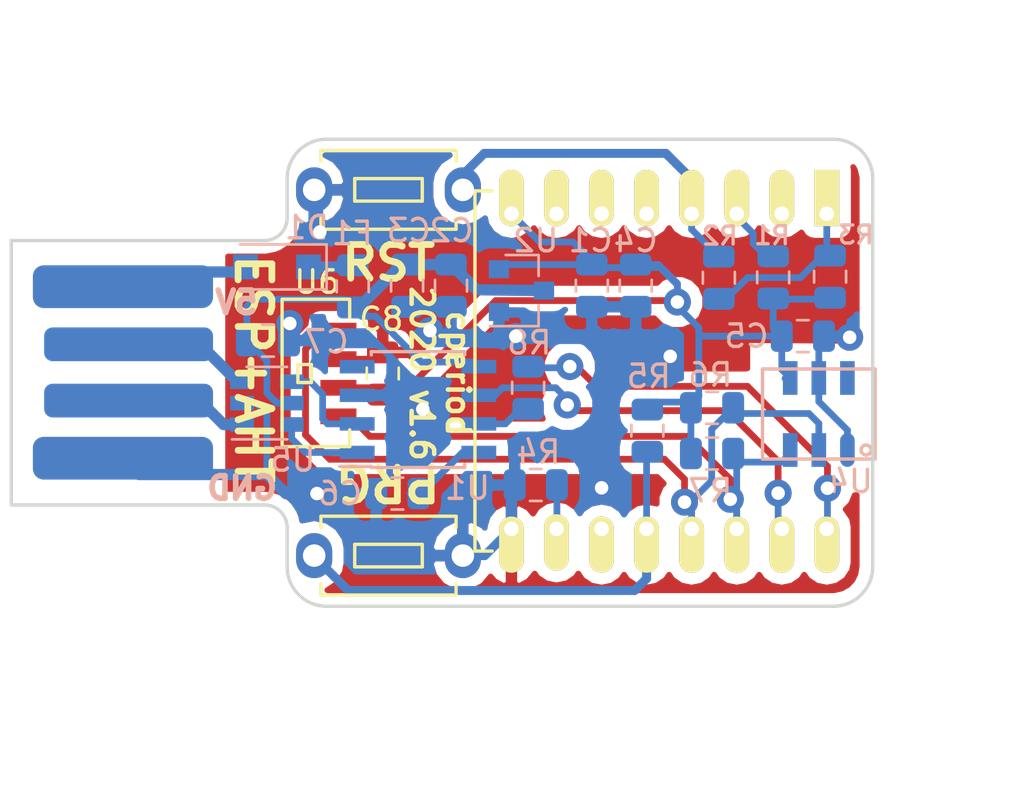
<source format=kicad_pcb>
(kicad_pcb (version 20171130) (host pcbnew 5.0.2-bee76a0~70~ubuntu18.04.1)

  (general
    (thickness 1.6)
    (drawings 20)
    (tracks 231)
    (zones 0)
    (modules 27)
    (nets 21)
  )

  (page USLetter)
  (title_block
    (date 2020-03-17)
    (rev 1.6)
  )

  (layers
    (0 F.Cu signal)
    (31 B.Cu signal)
    (32 B.Adhes user)
    (33 F.Adhes user)
    (34 B.Paste user)
    (35 F.Paste user)
    (36 B.SilkS user)
    (37 F.SilkS user)
    (38 B.Mask user)
    (39 F.Mask user)
    (40 Dwgs.User user)
    (41 Cmts.User user)
    (42 Eco1.User user)
    (43 Eco2.User user)
    (44 Edge.Cuts user)
    (45 Margin user)
    (46 B.CrtYd user)
    (47 F.CrtYd user)
    (48 B.Fab user)
    (49 F.Fab user)
  )

  (setup
    (last_trace_width 0.3)
    (user_trace_width 0.4)
    (user_trace_width 0.5)
    (trace_clearance 0.35)
    (zone_clearance 0.508)
    (zone_45_only no)
    (trace_min 0.3)
    (segment_width 0.2)
    (edge_width 0.15)
    (via_size 1.2)
    (via_drill 0.6)
    (via_min_size 1.2)
    (via_min_drill 0.6)
    (uvia_size 0.3)
    (uvia_drill 0.1)
    (uvias_allowed no)
    (uvia_min_size 0.2)
    (uvia_min_drill 0.1)
    (pcb_text_width 0.3)
    (pcb_text_size 1.5 1.5)
    (mod_edge_width 0.15)
    (mod_text_size 1 1)
    (mod_text_width 0.15)
    (pad_size 1.524 1.524)
    (pad_drill 0.762)
    (pad_to_mask_clearance 0.051)
    (solder_mask_min_width 0.25)
    (aux_axis_origin 130 107.75)
    (visible_elements FFFFFF7F)
    (pcbplotparams
      (layerselection 0x3d0ff_ffffffff)
      (usegerberextensions false)
      (usegerberattributes false)
      (usegerberadvancedattributes false)
      (creategerberjobfile false)
      (excludeedgelayer true)
      (linewidth 0.050000)
      (plotframeref false)
      (viasonmask true)
      (mode 1)
      (useauxorigin true)
      (hpglpennumber 1)
      (hpglpenspeed 20)
      (hpglpendiameter 15.000000)
      (psnegative false)
      (psa4output false)
      (plotreference true)
      (plotvalue true)
      (plotinvisibletext false)
      (padsonsilk false)
      (subtractmaskfromsilk false)
      (outputformat 1)
      (mirror false)
      (drillshape 0)
      (scaleselection 1)
      (outputdirectory "Gerbers/"))
  )

  (net 0 "")
  (net 1 3V3)
  (net 2 GND)
  (net 3 UD+)
  (net 4 UD-)
  (net 5 "Net-(R1-Pad2)")
  (net 6 "Net-(R2-Pad1)")
  (net 7 "Net-(R4-Pad1)")
  (net 8 "Net-(R5-Pad2)")
  (net 9 SDA)
  (net 10 SCL)
  (net 11 eRX)
  (net 12 eTX)
  (net 13 VBUS)
  (net 14 UDP+)
  (net 15 UDP-)
  (net 16 "Net-(C6-Pad1)")
  (net 17 5V)
  (net 18 "Net-(R8-Pad2)")
  (net 19 "Net-(D1-Pad1)")
  (net 20 "Net-(R2-Pad2)")

  (net_class Default "This is the default net class."
    (clearance 0.35)
    (trace_width 0.3)
    (via_dia 1.2)
    (via_drill 0.6)
    (uvia_dia 0.3)
    (uvia_drill 0.1)
    (diff_pair_gap 0.35)
    (diff_pair_width 0.3)
    (add_net 3V3)
    (add_net 5V)
    (add_net GND)
    (add_net "Net-(C6-Pad1)")
    (add_net "Net-(D1-Pad1)")
    (add_net "Net-(R1-Pad2)")
    (add_net "Net-(R2-Pad1)")
    (add_net "Net-(R2-Pad2)")
    (add_net "Net-(R4-Pad1)")
    (add_net "Net-(R5-Pad2)")
    (add_net "Net-(R8-Pad2)")
    (add_net SCL)
    (add_net SDA)
    (add_net UD+)
    (add_net UD-)
    (add_net UDP+)
    (add_net UDP-)
    (add_net VBUS)
    (add_net eRX)
    (add_net eTX)
  )

  (module Capacitor_SMD:C_0805_2012Metric (layer F.Cu) (tedit 5B36C52B) (tstamp 5E6731C8)
    (at 146.4945 97.409 90)
    (descr "Capacitor SMD 0805 (2012 Metric), square (rectangular) end terminal, IPC_7351 nominal, (Body size source: https://docs.google.com/spreadsheets/d/1BsfQQcO9C6DZCsRaXUlFlo91Tg2WpOkGARC1WS5S8t0/edit?usp=sharing), generated with kicad-footprint-generator")
    (tags capacitor)
    (path /5E6C6864)
    (attr smd)
    (fp_text reference C8 (at 2.413 -0.0635) (layer F.SilkS)
      (effects (font (size 1 1) (thickness 0.15)))
    )
    (fp_text value 100n (at -12.7635 -1.4605 90) (layer F.Fab)
      (effects (font (size 1 1) (thickness 0.15)))
    )
    (fp_line (start -1 0.6) (end -1 -0.6) (layer F.Fab) (width 0.1))
    (fp_line (start -1 -0.6) (end 1 -0.6) (layer F.Fab) (width 0.1))
    (fp_line (start 1 -0.6) (end 1 0.6) (layer F.Fab) (width 0.1))
    (fp_line (start 1 0.6) (end -1 0.6) (layer F.Fab) (width 0.1))
    (fp_line (start -0.258578 -0.71) (end 0.258578 -0.71) (layer F.SilkS) (width 0.12))
    (fp_line (start -0.258578 0.71) (end 0.258578 0.71) (layer F.SilkS) (width 0.12))
    (fp_line (start -1.68 0.95) (end -1.68 -0.95) (layer F.CrtYd) (width 0.05))
    (fp_line (start -1.68 -0.95) (end 1.68 -0.95) (layer F.CrtYd) (width 0.05))
    (fp_line (start 1.68 -0.95) (end 1.68 0.95) (layer F.CrtYd) (width 0.05))
    (fp_line (start 1.68 0.95) (end -1.68 0.95) (layer F.CrtYd) (width 0.05))
    (fp_text user %R (at 0 0 90) (layer F.Fab)
      (effects (font (size 0.5 0.5) (thickness 0.08)))
    )
    (pad 1 smd roundrect (at -0.9375 0 90) (size 0.975 1.4) (layers F.Cu F.Paste F.Mask) (roundrect_rratio 0.25)
      (net 1 3V3))
    (pad 2 smd roundrect (at 0.9375 0 90) (size 0.975 1.4) (layers F.Cu F.Paste F.Mask) (roundrect_rratio 0.25)
      (net 2 GND))
    (model ${KISYS3DMOD}/Capacitor_SMD.3dshapes/C_0805_2012Metric.wrl
      (at (xyz 0 0 0))
      (scale (xyz 1 1 1))
      (rotate (xyz 0 0 0))
    )
  )

  (module Fuse:Fuse_0805_2012Metric (layer B.Cu) (tedit 5B36C52C) (tstamp 5DDEB3A0)
    (at 145.161 93.5375 90)
    (descr "Fuse SMD 0805 (2012 Metric), square (rectangular) end terminal, IPC_7351 nominal, (Body size source: https://docs.google.com/spreadsheets/d/1BsfQQcO9C6DZCsRaXUlFlo91Tg2WpOkGARC1WS5S8t0/edit?usp=sharing), generated with kicad-footprint-generator")
    (tags resistor)
    (path /5DC7CFA1)
    (attr smd)
    (fp_text reference F1 (at 2.3515 -0.025) (layer B.SilkS)
      (effects (font (size 1 1) (thickness 0.15)) (justify mirror))
    )
    (fp_text value 350mA (at 9.825 0.05 -90) (layer B.Fab)
      (effects (font (size 1 1) (thickness 0.15)) (justify mirror))
    )
    (fp_text user %R (at 0 0 90) (layer B.Fab)
      (effects (font (size 0.5 0.5) (thickness 0.08)) (justify mirror))
    )
    (fp_line (start 1.68 -0.95) (end -1.68 -0.95) (layer B.CrtYd) (width 0.05))
    (fp_line (start 1.68 0.95) (end 1.68 -0.95) (layer B.CrtYd) (width 0.05))
    (fp_line (start -1.68 0.95) (end 1.68 0.95) (layer B.CrtYd) (width 0.05))
    (fp_line (start -1.68 -0.95) (end -1.68 0.95) (layer B.CrtYd) (width 0.05))
    (fp_line (start -0.258578 -0.71) (end 0.258578 -0.71) (layer B.SilkS) (width 0.12))
    (fp_line (start -0.258578 0.71) (end 0.258578 0.71) (layer B.SilkS) (width 0.12))
    (fp_line (start 1 -0.6) (end -1 -0.6) (layer B.Fab) (width 0.1))
    (fp_line (start 1 0.6) (end 1 -0.6) (layer B.Fab) (width 0.1))
    (fp_line (start -1 0.6) (end 1 0.6) (layer B.Fab) (width 0.1))
    (fp_line (start -1 -0.6) (end -1 0.6) (layer B.Fab) (width 0.1))
    (pad 2 smd roundrect (at 0.9375 0 90) (size 0.975 1.4) (layers B.Cu B.Paste B.Mask) (roundrect_rratio 0.25)
      (net 19 "Net-(D1-Pad1)"))
    (pad 1 smd roundrect (at -0.9375 0 90) (size 0.975 1.4) (layers B.Cu B.Paste B.Mask) (roundrect_rratio 0.25)
      (net 17 5V))
    (model ${KISYS3DMOD}/Fuse.3dshapes/Fuse_0805_2012Metric.wrl
      (at (xyz 0 0 0))
      (scale (xyz 1 1 1))
      (rotate (xyz 0 0 0))
    )
  )

  (module CPB:usb-PCB locked (layer B.Cu) (tedit 5DC76E6F) (tstamp 5DD32317)
    (at 130.059217 97.362374 90)
    (path /5DBDB3F6)
    (attr virtual)
    (fp_text reference J1 (at 0.13 7.85 90) (layer B.SilkS) hide
      (effects (font (size 1.5 1.5) (thickness 0.15)) (justify mirror))
    )
    (fp_text value USB (at 0.29 10.13 90) (layer B.SilkS) hide
      (effects (font (size 1.5 1.5) (thickness 0.15)) (justify mirror))
    )
    (fp_poly (pts (xy -6 8.6) (xy 6 8.6) (xy 6 0) (xy -6 0)) (layer B.Mask) (width 0.15))
    (fp_line (start -6.03 0) (end -6.03 12) (layer Dwgs.User) (width 0.15))
    (fp_line (start 6.03 0) (end -6.03 0) (layer Dwgs.User) (width 0.15))
    (fp_line (start 6.03 0) (end 6.03 12) (layer Dwgs.User) (width 0.15))
    (pad 2 connect roundrect (at 1.25 5.15 90) (size 1.5 7.5) (layers B.Cu B.Mask) (roundrect_rratio 0.25)
      (net 4 UD-))
    (pad 3 connect roundrect (at -1.25 5.15 90) (size 1.5 7.5) (layers B.Cu B.Mask) (roundrect_rratio 0.25)
      (net 3 UD+))
    (pad 4 connect roundrect (at -3.81 4.9 90) (size 1.9 8) (layers B.Cu B.Mask) (roundrect_rratio 0.25)
      (net 2 GND))
    (pad 1 connect roundrect (at 3.81 4.9 90) (size 1.9 8) (layers B.Cu B.Mask) (roundrect_rratio 0.25)
      (net 13 VBUS))
  )

  (module Package_SO:SOIC-8_3.9x4.9mm_P1.27mm (layer B.Cu) (tedit 5A02F2D3) (tstamp 5DD29E11)
    (at 148.059217 99.012374)
    (descr "8-Lead Plastic Small Outline (SN) - Narrow, 3.90 mm Body [SOIC] (see Microchip Packaging Specification http://ww1.microchip.com/downloads/en/PackagingSpec/00000049BQ.pdf)")
    (tags "SOIC 1.27")
    (path /5DC02823)
    (attr smd)
    (fp_text reference U1 (at 2.190783 3.487626 180) (layer B.SilkS)
      (effects (font (size 1 1) (thickness 0.15)) (justify mirror))
    )
    (fp_text value CH330N (at -0.859217 -13.037374) (layer B.Fab)
      (effects (font (size 1 1) (thickness 0.15)) (justify mirror))
    )
    (fp_text user %R (at 0 0) (layer B.Fab)
      (effects (font (size 1 1) (thickness 0.15)) (justify mirror))
    )
    (fp_line (start -0.95 2.45) (end 1.95 2.45) (layer B.Fab) (width 0.1))
    (fp_line (start 1.95 2.45) (end 1.95 -2.45) (layer B.Fab) (width 0.1))
    (fp_line (start 1.95 -2.45) (end -1.95 -2.45) (layer B.Fab) (width 0.1))
    (fp_line (start -1.95 -2.45) (end -1.95 1.45) (layer B.Fab) (width 0.1))
    (fp_line (start -1.95 1.45) (end -0.95 2.45) (layer B.Fab) (width 0.1))
    (fp_line (start -3.73 2.7) (end -3.73 -2.7) (layer B.CrtYd) (width 0.05))
    (fp_line (start 3.73 2.7) (end 3.73 -2.7) (layer B.CrtYd) (width 0.05))
    (fp_line (start -3.73 2.7) (end 3.73 2.7) (layer B.CrtYd) (width 0.05))
    (fp_line (start -3.73 -2.7) (end 3.73 -2.7) (layer B.CrtYd) (width 0.05))
    (fp_line (start -2.075 2.575) (end -2.075 2.525) (layer B.SilkS) (width 0.15))
    (fp_line (start 2.075 2.575) (end 2.075 2.43) (layer B.SilkS) (width 0.15))
    (fp_line (start 2.075 -2.575) (end 2.075 -2.43) (layer B.SilkS) (width 0.15))
    (fp_line (start -2.075 -2.575) (end -2.075 -2.43) (layer B.SilkS) (width 0.15))
    (fp_line (start -2.075 2.575) (end 2.075 2.575) (layer B.SilkS) (width 0.15))
    (fp_line (start -2.075 -2.575) (end 2.075 -2.575) (layer B.SilkS) (width 0.15))
    (fp_line (start -2.075 2.525) (end -3.475 2.525) (layer B.SilkS) (width 0.15))
    (pad 1 smd rect (at -2.7 1.905) (size 1.55 0.6) (layers B.Cu B.Paste B.Mask)
      (net 14 UDP+))
    (pad 2 smd rect (at -2.7 0.635) (size 1.55 0.6) (layers B.Cu B.Paste B.Mask)
      (net 15 UDP-))
    (pad 3 smd rect (at -2.7 -0.635) (size 1.55 0.6) (layers B.Cu B.Paste B.Mask)
      (net 2 GND))
    (pad 4 smd rect (at -2.7 -1.905) (size 1.55 0.6) (layers B.Cu B.Paste B.Mask))
    (pad 5 smd rect (at 2.7 -1.905) (size 1.55 0.6) (layers B.Cu B.Paste B.Mask)
      (net 17 5V))
    (pad 6 smd rect (at 2.7 -0.635) (size 1.55 0.6) (layers B.Cu B.Paste B.Mask)
      (net 11 eRX))
    (pad 7 smd rect (at 2.7 0.635) (size 1.55 0.6) (layers B.Cu B.Paste B.Mask)
      (net 18 "Net-(R8-Pad2)"))
    (pad 8 smd rect (at 2.7 1.905) (size 1.55 0.6) (layers B.Cu B.Paste B.Mask)
      (net 16 "Net-(C6-Pad1)"))
    (model ${KISYS3DMOD}/Package_SO.3dshapes/SOIC-8_3.9x4.9mm_P1.27mm.wrl
      (at (xyz 0 0 0))
      (scale (xyz 1 1 1))
      (rotate (xyz 0 0 0))
    )
  )

  (module CPB:ESP-12Emin (layer F.Cu) (tedit 5DBF21C4) (tstamp 5DD29E4E)
    (at 166.209217 90.312374 270)
    (descr "Module, ESP-8266, ESP-12, 16 pad, SMD")
    (tags "Module ESP-8266 ESP8266")
    (path /5DBDB353)
    (fp_text reference U3 (at -2 -2 270) (layer F.SilkS) hide
      (effects (font (size 1 1) (thickness 0.15)))
    )
    (fp_text value ESP-12 (at 8 1 270) (layer F.Fab)
      (effects (font (size 1 1) (thickness 0.15)))
    )
    (fp_line (start -2.25 -0.5) (end -2.25 -8.75) (layer F.CrtYd) (width 0.05))
    (fp_line (start -2.25 -8.75) (end 15.25 -8.75) (layer F.CrtYd) (width 0.05))
    (fp_line (start 15.25 -8.75) (end 16.25 -8.75) (layer F.CrtYd) (width 0.05))
    (fp_line (start 16.25 -8.75) (end 16.25 16) (layer F.CrtYd) (width 0.05))
    (fp_line (start 16.25 16) (end -2.25 16) (layer F.CrtYd) (width 0.05))
    (fp_line (start -2.25 16) (end -2.25 -0.5) (layer F.CrtYd) (width 0.05))
    (fp_line (start -1.016 -8.382) (end 14.986 -8.382) (layer F.CrtYd) (width 0.1524))
    (fp_line (start 14.986 -8.382) (end 14.986 -0.889) (layer F.CrtYd) (width 0.1524))
    (fp_line (start -1.016 -8.382) (end -1.016 -1.016) (layer F.CrtYd) (width 0.1524))
    (fp_line (start -1.016 14.859) (end -1.016 15.621) (layer F.SilkS) (width 0.1524))
    (fp_line (start -1.016 15.621) (end 14.986 15.621) (layer F.SilkS) (width 0.1524))
    (fp_line (start 14.986 15.621) (end 14.986 14.859) (layer F.SilkS) (width 0.1524))
    (fp_line (start 14.992 -8.4) (end -1.008 -2.6) (layer F.CrtYd) (width 0.1524))
    (fp_line (start -1.008 -8.4) (end 14.992 -2.6) (layer F.CrtYd) (width 0.1524))
    (fp_text user "No Copper" (at 6.892 -5.4 270) (layer F.CrtYd)
      (effects (font (size 1 1) (thickness 0.15)))
    )
    (fp_line (start -1.008 -2.6) (end 14.992 -2.6) (layer F.CrtYd) (width 0.1524))
    (fp_line (start 15 -8.4) (end 15 15.6) (layer F.Fab) (width 0.05))
    (fp_line (start 14.992 15.6) (end -1.008 15.6) (layer F.Fab) (width 0.05))
    (fp_line (start -1.008 15.6) (end -1.008 -8.4) (layer F.Fab) (width 0.05))
    (fp_line (start -1.008 -8.4) (end 14.992 -8.4) (layer F.Fab) (width 0.05))
    (pad 1 thru_hole rect (at 0 0 270) (size 2.5 1.1) (drill 0.65 (offset -0.7 0)) (layers *.Cu *.Mask F.SilkS)
      (net 6 "Net-(R2-Pad1)"))
    (pad 2 thru_hole oval (at 0 2 270) (size 2.5 1.1) (drill 0.65 (offset -0.7 0)) (layers *.Cu *.Mask F.SilkS))
    (pad 3 thru_hole oval (at 0 4 270) (size 2.5 1.1) (drill 0.65 (offset -0.7 0)) (layers *.Cu *.Mask F.SilkS)
      (net 5 "Net-(R1-Pad2)"))
    (pad 4 thru_hole oval (at 0 6 270) (size 2.5 1.1) (drill 0.65 (offset -0.7 0)) (layers *.Cu *.Mask F.SilkS)
      (net 20 "Net-(R2-Pad2)"))
    (pad 5 thru_hole oval (at 0 8 270) (size 2.5 1.1) (drill 0.65 (offset -0.7 0)) (layers *.Cu *.Mask F.SilkS))
    (pad 6 thru_hole oval (at 0 10 270) (size 2.5 1.1) (drill 0.65 (offset -0.7 0)) (layers *.Cu *.Mask F.SilkS))
    (pad 7 thru_hole oval (at 0 12 270) (size 2.5 1.1) (drill 0.65 (offset -0.7 0)) (layers *.Cu *.Mask F.SilkS))
    (pad 8 thru_hole oval (at 0 14 270) (size 2.5 1.1) (drill 0.65 (offset -0.7 0)) (layers *.Cu *.Mask F.SilkS)
      (net 1 3V3))
    (pad 9 thru_hole oval (at 14 14 270) (size 2.5 1.1) (drill 0.65 (offset 0.7 0)) (layers *.Cu *.Mask F.SilkS)
      (net 2 GND))
    (pad 10 thru_hole oval (at 14 12 270) (size 2.5 1.1) (drill 0.65 (offset 0.6 0)) (layers *.Cu *.Mask F.SilkS)
      (net 7 "Net-(R4-Pad1)"))
    (pad 11 thru_hole oval (at 14 10 270) (size 2.5 1.1) (drill 0.65 (offset 0.7 0)) (layers *.Cu *.Mask F.SilkS))
    (pad 12 thru_hole oval (at 14 8 270) (size 2.5 1.1) (drill 0.65 (offset 0.7 0)) (layers *.Cu *.Mask F.SilkS)
      (net 8 "Net-(R5-Pad2)"))
    (pad 13 thru_hole oval (at 14 6 270) (size 2.5 1.1) (drill 0.65 (offset 0.7 0)) (layers *.Cu *.Mask F.SilkS)
      (net 9 SDA))
    (pad 14 thru_hole oval (at 14 4 270) (size 2.5 1.1) (drill 0.65 (offset 0.7 0)) (layers *.Cu *.Mask F.SilkS)
      (net 10 SCL))
    (pad 15 thru_hole oval (at 14 2 270) (size 2.5 1.1) (drill 0.65 (offset 0.7 0)) (layers *.Cu *.Mask F.SilkS)
      (net 11 eRX))
    (pad 16 thru_hole oval (at 14 0 270) (size 2.5 1.1) (drill 0.65 (offset 0.7 0)) (layers *.Cu *.Mask F.SilkS)
      (net 12 eTX))
    (model ${ESPLIB}/ESP8266.3dshapes/ESP-12.wrl
      (at (xyz 0 0 0))
      (scale (xyz 0.3937 0.3937 0.3937))
      (rotate (xyz 0 0 0))
    )
  )

  (module "CPB:Tact Switch 6mmx3.5mm C318817" (layer F.Cu) (tedit 5DD08D33) (tstamp 5DD32787)
    (at 146.75 89.25 90)
    (path /5DC1830B)
    (fp_text reference SW1 (at -2.5 -0.5 180) (layer F.SilkS) hide
      (effects (font (size 1 1) (thickness 0.15)))
    )
    (fp_text value RESET (at 3 0 180) (layer F.Fab) hide
      (effects (font (size 1 1) (thickness 0.15)))
    )
    (fp_line (start -2 3.25) (end -2 -3.25) (layer F.Fab) (width 0.15))
    (fp_line (start 2 3.25) (end -2 3.25) (layer F.Fab) (width 0.15))
    (fp_line (start 2 -3.25) (end 2 3.25) (layer F.Fab) (width 0.15))
    (fp_line (start -2 -3.25) (end 2 -3.25) (layer F.Fab) (width 0.15))
    (fp_line (start 2 3.25) (end 1.25 3.25) (layer F.CrtYd) (width 0.15))
    (fp_line (start 2 -3.25) (end 2 3.25) (layer F.CrtYd) (width 0.15))
    (fp_line (start 1.25 -3.25) (end 2 -3.25) (layer F.CrtYd) (width 0.15))
    (fp_line (start -2 3.25) (end -1.25 3.25) (layer F.CrtYd) (width 0.15))
    (fp_line (start -2 -3.25) (end -2 3.25) (layer F.CrtYd) (width 0.15))
    (fp_line (start -1.25 -3.25) (end -2 -3.25) (layer F.CrtYd) (width 0.15))
    (fp_line (start 0.5 -1.5) (end -0.5 -1.5) (layer F.SilkS) (width 0.15))
    (fp_line (start 0.5 1.5) (end 0.5 -1.5) (layer F.SilkS) (width 0.15))
    (fp_line (start -0.5 1.5) (end 0.5 1.5) (layer F.SilkS) (width 0.15))
    (fp_line (start -0.5 -1.5) (end -0.5 1.5) (layer F.SilkS) (width 0.15))
    (fp_line (start 1.75 3) (end 1.25 3) (layer F.SilkS) (width 0.15))
    (fp_line (start 1.75 -3) (end 1.75 3) (layer F.SilkS) (width 0.15))
    (fp_line (start 1.25 -3) (end 1.75 -3) (layer F.SilkS) (width 0.15))
    (fp_line (start -1.75 3) (end -1.25 3) (layer F.SilkS) (width 0.15))
    (fp_line (start -1.75 -3) (end -1.75 3) (layer F.SilkS) (width 0.15))
    (fp_line (start -1.25 -3) (end -1.75 -3) (layer F.SilkS) (width 0.15))
    (pad 2 thru_hole oval (at 0 -3.3 90) (size 2 1.6) (drill 1) (layers *.Cu *.Mask)
      (net 2 GND))
    (pad 1 thru_hole oval (at 0 3.3 90) (size 2 1.6) (drill 1) (layers *.Cu *.Mask)
      (net 20 "Net-(R2-Pad2)"))
  )

  (module "CPB:Tact Switch 6mmx3.5mm C318817" (layer F.Cu) (tedit 5DD08D38) (tstamp 5DD327A0)
    (at 146.75 105.5 270)
    (path /5DC1481A)
    (fp_text reference SW2 (at -2.5 -0.5) (layer F.SilkS) hide
      (effects (font (size 1 1) (thickness 0.15)))
    )
    (fp_text value PROG (at 3 0) (layer F.Fab) hide
      (effects (font (size 1 1) (thickness 0.15)))
    )
    (fp_line (start -1.25 -3) (end -1.75 -3) (layer F.SilkS) (width 0.15))
    (fp_line (start -1.75 -3) (end -1.75 3) (layer F.SilkS) (width 0.15))
    (fp_line (start -1.75 3) (end -1.25 3) (layer F.SilkS) (width 0.15))
    (fp_line (start 1.25 -3) (end 1.75 -3) (layer F.SilkS) (width 0.15))
    (fp_line (start 1.75 -3) (end 1.75 3) (layer F.SilkS) (width 0.15))
    (fp_line (start 1.75 3) (end 1.25 3) (layer F.SilkS) (width 0.15))
    (fp_line (start -0.5 -1.5) (end -0.5 1.5) (layer F.SilkS) (width 0.15))
    (fp_line (start -0.5 1.5) (end 0.5 1.5) (layer F.SilkS) (width 0.15))
    (fp_line (start 0.5 1.5) (end 0.5 -1.5) (layer F.SilkS) (width 0.15))
    (fp_line (start 0.5 -1.5) (end -0.5 -1.5) (layer F.SilkS) (width 0.15))
    (fp_line (start -1.25 -3.25) (end -2 -3.25) (layer F.CrtYd) (width 0.15))
    (fp_line (start -2 -3.25) (end -2 3.25) (layer F.CrtYd) (width 0.15))
    (fp_line (start -2 3.25) (end -1.25 3.25) (layer F.CrtYd) (width 0.15))
    (fp_line (start 1.25 -3.25) (end 2 -3.25) (layer F.CrtYd) (width 0.15))
    (fp_line (start 2 -3.25) (end 2 3.25) (layer F.CrtYd) (width 0.15))
    (fp_line (start 2 3.25) (end 1.25 3.25) (layer F.CrtYd) (width 0.15))
    (fp_line (start -2 -3.25) (end 2 -3.25) (layer F.Fab) (width 0.15))
    (fp_line (start 2 -3.25) (end 2 3.25) (layer F.Fab) (width 0.15))
    (fp_line (start 2 3.25) (end -2 3.25) (layer F.Fab) (width 0.15))
    (fp_line (start -2 3.25) (end -2 -3.25) (layer F.Fab) (width 0.15))
    (pad 1 thru_hole oval (at 0 3.3 270) (size 2 1.6) (drill 1) (layers *.Cu *.Mask)
      (net 8 "Net-(R5-Pad2)"))
    (pad 2 thru_hole oval (at 0 -3.3 270) (size 2 1.6) (drill 1) (layers *.Cu *.Mask)
      (net 2 GND))
  )

  (module CPB:AHT10-HandSolder locked (layer B.Cu) (tedit 5DC02370) (tstamp 5DE55293)
    (at 165.855703 99.20862 90)
    (path /5DBE6669)
    (fp_text reference U4 (at -2.99138 1.394297 180) (layer B.SilkS)
      (effects (font (size 1 1) (thickness 0.15)) (justify mirror))
    )
    (fp_text value AHT10 (at -0.23238 6.673797 90) (layer B.Fab)
      (effects (font (size 1 1) (thickness 0.15)) (justify mirror))
    )
    (fp_line (start -2 2.5) (end 2 2.5) (layer B.SilkS) (width 0.15))
    (fp_line (start 2 2.5) (end 2 -2.5) (layer B.SilkS) (width 0.15))
    (fp_line (start 2 -2.5) (end -2 -2.5) (layer B.SilkS) (width 0.15))
    (fp_line (start -2 -2.5) (end -2 2.5) (layer B.SilkS) (width 0.15))
    (fp_circle (center -1.6 2.1) (end -1.4 2) (layer B.SilkS) (width 0.15))
    (fp_line (start -2.1 2.6) (end 2.1 2.6) (layer B.CrtYd) (width 0.15))
    (fp_line (start 2.1 2.6) (end 2.1 -2.6) (layer B.CrtYd) (width 0.15))
    (fp_line (start 2.1 -2.6) (end -2.1 -2.6) (layer B.CrtYd) (width 0.15))
    (fp_line (start -2.1 -2.6) (end -2.1 2.6) (layer B.CrtYd) (width 0.15))
    (fp_line (start -2.2 2.7) (end 2.2 2.7) (layer B.Fab) (width 0.15))
    (fp_line (start 2.2 2.7) (end 2.2 -2.7) (layer B.Fab) (width 0.15))
    (fp_line (start 2.2 -2.7) (end -2.2 -2.7) (layer B.Fab) (width 0.15))
    (fp_line (start -2.2 -2.7) (end -2.2 2.7) (layer B.Fab) (width 0.15))
    (pad 1 smd oval (at -1.6 1.27 90) (size 1.5 0.65) (layers B.Cu B.Paste B.Mask)
      (net 2 GND))
    (pad 2 smd rect (at -1.6 0 90) (size 1.5 0.65) (layers B.Cu B.Paste B.Mask)
      (net 9 SDA))
    (pad 3 smd rect (at -1.6 -1.27 90) (size 1.5 0.65) (layers B.Cu B.Paste B.Mask)
      (net 10 SCL))
    (pad 4 smd rect (at 1.6 -1.27 90) (size 1.5 0.65) (layers B.Cu B.Paste B.Mask)
      (net 1 3V3))
    (pad 5 smd rect (at 1.6 0 90) (size 1.5 0.65) (layers B.Cu B.Paste B.Mask)
      (net 2 GND))
    (pad 6 smd rect (at 1.6 1.27 90) (size 1.5 0.65) (layers B.Cu B.Paste B.Mask))
  )

  (module Package_TO_SOT_SMD:SOT-23-6 (layer B.Cu) (tedit 5A02FF57) (tstamp 5DF746FB)
    (at 141.35 98.725)
    (descr "6-pin SOT-23 package")
    (tags SOT-23-6)
    (path /5DC39FB1)
    (attr smd)
    (fp_text reference U5 (at 1.15 2.525) (layer B.SilkS)
      (effects (font (size 1 1) (thickness 0.15)) (justify mirror))
    )
    (fp_text value USBLC6-2SC6 (at -0.15 12 90) (layer B.Fab)
      (effects (font (size 1 1) (thickness 0.15)) (justify mirror))
    )
    (fp_text user %R (at 0 0 -90) (layer B.Fab)
      (effects (font (size 0.5 0.5) (thickness 0.075)) (justify mirror))
    )
    (fp_line (start -0.9 -1.61) (end 0.9 -1.61) (layer B.SilkS) (width 0.12))
    (fp_line (start 0.9 1.61) (end -1.55 1.61) (layer B.SilkS) (width 0.12))
    (fp_line (start 1.9 1.8) (end -1.9 1.8) (layer B.CrtYd) (width 0.05))
    (fp_line (start 1.9 -1.8) (end 1.9 1.8) (layer B.CrtYd) (width 0.05))
    (fp_line (start -1.9 -1.8) (end 1.9 -1.8) (layer B.CrtYd) (width 0.05))
    (fp_line (start -1.9 1.8) (end -1.9 -1.8) (layer B.CrtYd) (width 0.05))
    (fp_line (start -0.9 0.9) (end -0.25 1.55) (layer B.Fab) (width 0.1))
    (fp_line (start 0.9 1.55) (end -0.25 1.55) (layer B.Fab) (width 0.1))
    (fp_line (start -0.9 0.9) (end -0.9 -1.55) (layer B.Fab) (width 0.1))
    (fp_line (start 0.9 -1.55) (end -0.9 -1.55) (layer B.Fab) (width 0.1))
    (fp_line (start 0.9 1.55) (end 0.9 -1.55) (layer B.Fab) (width 0.1))
    (pad 1 smd rect (at -1.1 0.95) (size 1.06 0.65) (layers B.Cu B.Paste B.Mask)
      (net 3 UD+))
    (pad 2 smd rect (at -1.1 0) (size 1.06 0.65) (layers B.Cu B.Paste B.Mask)
      (net 2 GND))
    (pad 3 smd rect (at -1.1 -0.95) (size 1.06 0.65) (layers B.Cu B.Paste B.Mask)
      (net 4 UD-))
    (pad 4 smd rect (at 1.1 -0.95) (size 1.06 0.65) (layers B.Cu B.Paste B.Mask)
      (net 15 UDP-))
    (pad 6 smd rect (at 1.1 0.95) (size 1.06 0.65) (layers B.Cu B.Paste B.Mask)
      (net 14 UDP+))
    (pad 5 smd rect (at 1.1 0) (size 1.06 0.65) (layers B.Cu B.Paste B.Mask)
      (net 17 5V))
    (model ${KISYS3DMOD}/Package_TO_SOT_SMD.3dshapes/SOT-23-6.wrl
      (at (xyz 0 0 0))
      (scale (xyz 1 1 1))
      (rotate (xyz 0 0 0))
    )
  )

  (module Capacitor_SMD:C_0805_2012Metric (layer B.Cu) (tedit 5B36C52B) (tstamp 5DF3AAFA)
    (at 155.776 93.50862 270)
    (descr "Capacitor SMD 0805 (2012 Metric), square (rectangular) end terminal, IPC_7351 nominal, (Body size source: https://docs.google.com/spreadsheets/d/1BsfQQcO9C6DZCsRaXUlFlo91Tg2WpOkGARC1WS5S8t0/edit?usp=sharing), generated with kicad-footprint-generator")
    (tags capacitor)
    (path /5DBDD191)
    (attr smd)
    (fp_text reference C1 (at -2.00862 0.05) (layer B.SilkS)
      (effects (font (size 1 1) (thickness 0.15)) (justify mirror))
    )
    (fp_text value 100n (at -8.75862 0.05 270) (layer B.Fab)
      (effects (font (size 1 1) (thickness 0.15)) (justify mirror))
    )
    (fp_text user %R (at 0 0 270) (layer B.Fab)
      (effects (font (size 0.5 0.5) (thickness 0.08)) (justify mirror))
    )
    (fp_line (start 1.68 -0.95) (end -1.68 -0.95) (layer B.CrtYd) (width 0.05))
    (fp_line (start 1.68 0.95) (end 1.68 -0.95) (layer B.CrtYd) (width 0.05))
    (fp_line (start -1.68 0.95) (end 1.68 0.95) (layer B.CrtYd) (width 0.05))
    (fp_line (start -1.68 -0.95) (end -1.68 0.95) (layer B.CrtYd) (width 0.05))
    (fp_line (start -0.258578 -0.71) (end 0.258578 -0.71) (layer B.SilkS) (width 0.12))
    (fp_line (start -0.258578 0.71) (end 0.258578 0.71) (layer B.SilkS) (width 0.12))
    (fp_line (start 1 -0.6) (end -1 -0.6) (layer B.Fab) (width 0.1))
    (fp_line (start 1 0.6) (end 1 -0.6) (layer B.Fab) (width 0.1))
    (fp_line (start -1 0.6) (end 1 0.6) (layer B.Fab) (width 0.1))
    (fp_line (start -1 -0.6) (end -1 0.6) (layer B.Fab) (width 0.1))
    (pad 2 smd roundrect (at 0.9375 0 270) (size 0.975 1.4) (layers B.Cu B.Paste B.Mask) (roundrect_rratio 0.25)
      (net 2 GND))
    (pad 1 smd roundrect (at -0.9375 0 270) (size 0.975 1.4) (layers B.Cu B.Paste B.Mask) (roundrect_rratio 0.25)
      (net 1 3V3))
    (model ${KISYS3DMOD}/Capacitor_SMD.3dshapes/C_0805_2012Metric.wrl
      (at (xyz 0 0 0))
      (scale (xyz 1 1 1))
      (rotate (xyz 0 0 0))
    )
  )

  (module Capacitor_SMD:C_0805_2012Metric (layer B.Cu) (tedit 5B36C52B) (tstamp 5DF3AB0A)
    (at 149.525 93.50862 270)
    (descr "Capacitor SMD 0805 (2012 Metric), square (rectangular) end terminal, IPC_7351 nominal, (Body size source: https://docs.google.com/spreadsheets/d/1BsfQQcO9C6DZCsRaXUlFlo91Tg2WpOkGARC1WS5S8t0/edit?usp=sharing), generated with kicad-footprint-generator")
    (tags capacitor)
    (path /5DBE3E3F)
    (attr smd)
    (fp_text reference C2 (at -2.44962 -0.025) (layer B.SilkS)
      (effects (font (size 1 1) (thickness 0.15)) (justify mirror))
    )
    (fp_text value 10u (at -9.94262 -0.208 270) (layer B.Fab)
      (effects (font (size 1 1) (thickness 0.15)) (justify mirror))
    )
    (fp_line (start -1 -0.6) (end -1 0.6) (layer B.Fab) (width 0.1))
    (fp_line (start -1 0.6) (end 1 0.6) (layer B.Fab) (width 0.1))
    (fp_line (start 1 0.6) (end 1 -0.6) (layer B.Fab) (width 0.1))
    (fp_line (start 1 -0.6) (end -1 -0.6) (layer B.Fab) (width 0.1))
    (fp_line (start -0.258578 0.71) (end 0.258578 0.71) (layer B.SilkS) (width 0.12))
    (fp_line (start -0.258578 -0.71) (end 0.258578 -0.71) (layer B.SilkS) (width 0.12))
    (fp_line (start -1.68 -0.95) (end -1.68 0.95) (layer B.CrtYd) (width 0.05))
    (fp_line (start -1.68 0.95) (end 1.68 0.95) (layer B.CrtYd) (width 0.05))
    (fp_line (start 1.68 0.95) (end 1.68 -0.95) (layer B.CrtYd) (width 0.05))
    (fp_line (start 1.68 -0.95) (end -1.68 -0.95) (layer B.CrtYd) (width 0.05))
    (fp_text user %R (at 0 0 270) (layer B.Fab)
      (effects (font (size 0.5 0.5) (thickness 0.08)) (justify mirror))
    )
    (pad 1 smd roundrect (at -0.9375 0 270) (size 0.975 1.4) (layers B.Cu B.Paste B.Mask) (roundrect_rratio 0.25)
      (net 17 5V))
    (pad 2 smd roundrect (at 0.9375 0 270) (size 0.975 1.4) (layers B.Cu B.Paste B.Mask) (roundrect_rratio 0.25)
      (net 2 GND))
    (model ${KISYS3DMOD}/Capacitor_SMD.3dshapes/C_0805_2012Metric.wrl
      (at (xyz 0 0 0))
      (scale (xyz 1 1 1))
      (rotate (xyz 0 0 0))
    )
  )

  (module Capacitor_SMD:C_0805_2012Metric (layer B.Cu) (tedit 5B36C52B) (tstamp 5DF3AB1A)
    (at 147.575 93.50862 270)
    (descr "Capacitor SMD 0805 (2012 Metric), square (rectangular) end terminal, IPC_7351 nominal, (Body size source: https://docs.google.com/spreadsheets/d/1BsfQQcO9C6DZCsRaXUlFlo91Tg2WpOkGARC1WS5S8t0/edit?usp=sharing), generated with kicad-footprint-generator")
    (tags capacitor)
    (path /5DC0C395)
    (attr smd)
    (fp_text reference C3 (at -2.44962 -0.075) (layer B.SilkS)
      (effects (font (size 1 1) (thickness 0.15)) (justify mirror))
    )
    (fp_text value 100n (at -10.45062 0.001 90) (layer B.Fab)
      (effects (font (size 1 1) (thickness 0.15)) (justify mirror))
    )
    (fp_text user %R (at 0 0 270) (layer B.Fab)
      (effects (font (size 0.5 0.5) (thickness 0.08)) (justify mirror))
    )
    (fp_line (start 1.68 -0.95) (end -1.68 -0.95) (layer B.CrtYd) (width 0.05))
    (fp_line (start 1.68 0.95) (end 1.68 -0.95) (layer B.CrtYd) (width 0.05))
    (fp_line (start -1.68 0.95) (end 1.68 0.95) (layer B.CrtYd) (width 0.05))
    (fp_line (start -1.68 -0.95) (end -1.68 0.95) (layer B.CrtYd) (width 0.05))
    (fp_line (start -0.258578 -0.71) (end 0.258578 -0.71) (layer B.SilkS) (width 0.12))
    (fp_line (start -0.258578 0.71) (end 0.258578 0.71) (layer B.SilkS) (width 0.12))
    (fp_line (start 1 -0.6) (end -1 -0.6) (layer B.Fab) (width 0.1))
    (fp_line (start 1 0.6) (end 1 -0.6) (layer B.Fab) (width 0.1))
    (fp_line (start -1 0.6) (end 1 0.6) (layer B.Fab) (width 0.1))
    (fp_line (start -1 -0.6) (end -1 0.6) (layer B.Fab) (width 0.1))
    (pad 2 smd roundrect (at 0.9375 0 270) (size 0.975 1.4) (layers B.Cu B.Paste B.Mask) (roundrect_rratio 0.25)
      (net 2 GND))
    (pad 1 smd roundrect (at -0.9375 0 270) (size 0.975 1.4) (layers B.Cu B.Paste B.Mask) (roundrect_rratio 0.25)
      (net 17 5V))
    (model ${KISYS3DMOD}/Capacitor_SMD.3dshapes/C_0805_2012Metric.wrl
      (at (xyz 0 0 0))
      (scale (xyz 1 1 1))
      (rotate (xyz 0 0 0))
    )
  )

  (module Capacitor_SMD:C_0805_2012Metric (layer B.Cu) (tedit 5B36C52B) (tstamp 5DF3AB2A)
    (at 157.726 93.50862 270)
    (descr "Capacitor SMD 0805 (2012 Metric), square (rectangular) end terminal, IPC_7351 nominal, (Body size source: https://docs.google.com/spreadsheets/d/1BsfQQcO9C6DZCsRaXUlFlo91Tg2WpOkGARC1WS5S8t0/edit?usp=sharing), generated with kicad-footprint-generator")
    (tags capacitor)
    (path /5DBE3E90)
    (attr smd)
    (fp_text reference C4 (at -2.00862 0) (layer B.SilkS)
      (effects (font (size 1 1) (thickness 0.15)) (justify mirror))
    )
    (fp_text value 10u (at -8.50862 0.25 270) (layer B.Fab)
      (effects (font (size 1 1) (thickness 0.15)) (justify mirror))
    )
    (fp_text user %R (at 0 0 270) (layer B.Fab)
      (effects (font (size 0.5 0.5) (thickness 0.08)) (justify mirror))
    )
    (fp_line (start 1.68 -0.95) (end -1.68 -0.95) (layer B.CrtYd) (width 0.05))
    (fp_line (start 1.68 0.95) (end 1.68 -0.95) (layer B.CrtYd) (width 0.05))
    (fp_line (start -1.68 0.95) (end 1.68 0.95) (layer B.CrtYd) (width 0.05))
    (fp_line (start -1.68 -0.95) (end -1.68 0.95) (layer B.CrtYd) (width 0.05))
    (fp_line (start -0.258578 -0.71) (end 0.258578 -0.71) (layer B.SilkS) (width 0.12))
    (fp_line (start -0.258578 0.71) (end 0.258578 0.71) (layer B.SilkS) (width 0.12))
    (fp_line (start 1 -0.6) (end -1 -0.6) (layer B.Fab) (width 0.1))
    (fp_line (start 1 0.6) (end 1 -0.6) (layer B.Fab) (width 0.1))
    (fp_line (start -1 0.6) (end 1 0.6) (layer B.Fab) (width 0.1))
    (fp_line (start -1 -0.6) (end -1 0.6) (layer B.Fab) (width 0.1))
    (pad 2 smd roundrect (at 0.9375 0 270) (size 0.975 1.4) (layers B.Cu B.Paste B.Mask) (roundrect_rratio 0.25)
      (net 2 GND))
    (pad 1 smd roundrect (at -0.9375 0 270) (size 0.975 1.4) (layers B.Cu B.Paste B.Mask) (roundrect_rratio 0.25)
      (net 1 3V3))
    (model ${KISYS3DMOD}/Capacitor_SMD.3dshapes/C_0805_2012Metric.wrl
      (at (xyz 0 0 0))
      (scale (xyz 1 1 1))
      (rotate (xyz 0 0 0))
    )
  )

  (module Capacitor_SMD:C_0805_2012Metric (layer B.Cu) (tedit 5DD08CEA) (tstamp 5DF3AB3A)
    (at 165.1485 95.75)
    (descr "Capacitor SMD 0805 (2012 Metric), square (rectangular) end terminal, IPC_7351 nominal, (Body size source: https://docs.google.com/spreadsheets/d/1BsfQQcO9C6DZCsRaXUlFlo91Tg2WpOkGARC1WS5S8t0/edit?usp=sharing), generated with kicad-footprint-generator")
    (tags capacitor)
    (path /5DBEEB4D)
    (attr smd)
    (fp_text reference C5 (at -2.5 0) (layer B.SilkS)
      (effects (font (size 1 1) (thickness 0.15)) (justify mirror))
    )
    (fp_text value 100n (at 4.75 0) (layer B.Fab)
      (effects (font (size 1 1) (thickness 0.15)) (justify mirror))
    )
    (fp_line (start -1 -0.6) (end -1 0.6) (layer B.Fab) (width 0.1))
    (fp_line (start -1 0.6) (end 1 0.6) (layer B.Fab) (width 0.1))
    (fp_line (start 1 0.6) (end 1 -0.6) (layer B.Fab) (width 0.1))
    (fp_line (start 1 -0.6) (end -1 -0.6) (layer B.Fab) (width 0.1))
    (fp_line (start -0.258578 0.71) (end 0.258578 0.71) (layer B.SilkS) (width 0.12))
    (fp_line (start -0.258578 -0.71) (end 0.258578 -0.71) (layer B.SilkS) (width 0.12))
    (fp_line (start -1.68 -0.95) (end -1.68 0.95) (layer B.CrtYd) (width 0.05))
    (fp_line (start -1.68 0.95) (end 1.68 0.95) (layer B.CrtYd) (width 0.05))
    (fp_line (start 1.68 0.95) (end 1.68 -0.95) (layer B.CrtYd) (width 0.05))
    (fp_line (start 1.68 -0.95) (end -1.68 -0.95) (layer B.CrtYd) (width 0.05))
    (fp_text user %R (at 0 0) (layer B.Fab)
      (effects (font (size 0.5 0.5) (thickness 0.08)) (justify mirror))
    )
    (pad 1 smd roundrect (at -0.9375 0) (size 0.975 1.4) (layers B.Cu B.Paste B.Mask) (roundrect_rratio 0.25)
      (net 1 3V3))
    (pad 2 smd roundrect (at 0.9375 0) (size 0.975 1.4) (layers B.Cu B.Paste B.Mask) (roundrect_rratio 0.25)
      (net 2 GND))
    (model ${KISYS3DMOD}/Capacitor_SMD.3dshapes/C_0805_2012Metric.wrl
      (at (xyz 0 0 0))
      (scale (xyz 1 1 1))
      (rotate (xyz 0 0 0))
    )
  )

  (module Capacitor_SMD:C_0805_2012Metric (layer B.Cu) (tedit 5B36C52B) (tstamp 5DF3AB4A)
    (at 147.1445 102.743 180)
    (descr "Capacitor SMD 0805 (2012 Metric), square (rectangular) end terminal, IPC_7351 nominal, (Body size source: https://docs.google.com/spreadsheets/d/1BsfQQcO9C6DZCsRaXUlFlo91Tg2WpOkGARC1WS5S8t0/edit?usp=sharing), generated with kicad-footprint-generator")
    (tags capacitor)
    (path /5DC2141A)
    (attr smd)
    (fp_text reference C6 (at 2.55 0 180) (layer B.SilkS)
      (effects (font (size 1 1) (thickness 0.15)) (justify mirror))
    )
    (fp_text value 100n (at -0.4295 -6.223 180) (layer B.Fab)
      (effects (font (size 1 1) (thickness 0.15)) (justify mirror))
    )
    (fp_line (start -1 -0.6) (end -1 0.6) (layer B.Fab) (width 0.1))
    (fp_line (start -1 0.6) (end 1 0.6) (layer B.Fab) (width 0.1))
    (fp_line (start 1 0.6) (end 1 -0.6) (layer B.Fab) (width 0.1))
    (fp_line (start 1 -0.6) (end -1 -0.6) (layer B.Fab) (width 0.1))
    (fp_line (start -0.258578 0.71) (end 0.258578 0.71) (layer B.SilkS) (width 0.12))
    (fp_line (start -0.258578 -0.71) (end 0.258578 -0.71) (layer B.SilkS) (width 0.12))
    (fp_line (start -1.68 -0.95) (end -1.68 0.95) (layer B.CrtYd) (width 0.05))
    (fp_line (start -1.68 0.95) (end 1.68 0.95) (layer B.CrtYd) (width 0.05))
    (fp_line (start 1.68 0.95) (end 1.68 -0.95) (layer B.CrtYd) (width 0.05))
    (fp_line (start 1.68 -0.95) (end -1.68 -0.95) (layer B.CrtYd) (width 0.05))
    (fp_text user %R (at 0 0 180) (layer B.Fab)
      (effects (font (size 0.5 0.5) (thickness 0.08)) (justify mirror))
    )
    (pad 1 smd roundrect (at -0.9375 0 180) (size 0.975 1.4) (layers B.Cu B.Paste B.Mask) (roundrect_rratio 0.25)
      (net 16 "Net-(C6-Pad1)"))
    (pad 2 smd roundrect (at 0.9375 0 180) (size 0.975 1.4) (layers B.Cu B.Paste B.Mask) (roundrect_rratio 0.25)
      (net 2 GND))
    (model ${KISYS3DMOD}/Capacitor_SMD.3dshapes/C_0805_2012Metric.wrl
      (at (xyz 0 0 0))
      (scale (xyz 1 1 1))
      (rotate (xyz 0 0 0))
    )
  )

  (module Capacitor_SMD:C_0805_2012Metric (layer B.Cu) (tedit 5B36C52B) (tstamp 5DF4A4CA)
    (at 141.4 95.95)
    (descr "Capacitor SMD 0805 (2012 Metric), square (rectangular) end terminal, IPC_7351 nominal, (Body size source: https://docs.google.com/spreadsheets/d/1BsfQQcO9C6DZCsRaXUlFlo91Tg2WpOkGARC1WS5S8t0/edit?usp=sharing), generated with kicad-footprint-generator")
    (tags capacitor)
    (path /5DC83A5A)
    (attr smd)
    (fp_text reference C7 (at 2.6 0.05) (layer B.SilkS)
      (effects (font (size 1 1) (thickness 0.15)) (justify mirror))
    )
    (fp_text value 100n (at -1.4 -6.45) (layer B.Fab)
      (effects (font (size 1 1) (thickness 0.15)) (justify mirror))
    )
    (fp_line (start -1 -0.6) (end -1 0.6) (layer B.Fab) (width 0.1))
    (fp_line (start -1 0.6) (end 1 0.6) (layer B.Fab) (width 0.1))
    (fp_line (start 1 0.6) (end 1 -0.6) (layer B.Fab) (width 0.1))
    (fp_line (start 1 -0.6) (end -1 -0.6) (layer B.Fab) (width 0.1))
    (fp_line (start -0.258578 0.71) (end 0.258578 0.71) (layer B.SilkS) (width 0.12))
    (fp_line (start -0.258578 -0.71) (end 0.258578 -0.71) (layer B.SilkS) (width 0.12))
    (fp_line (start -1.68 -0.95) (end -1.68 0.95) (layer B.CrtYd) (width 0.05))
    (fp_line (start -1.68 0.95) (end 1.68 0.95) (layer B.CrtYd) (width 0.05))
    (fp_line (start 1.68 0.95) (end 1.68 -0.95) (layer B.CrtYd) (width 0.05))
    (fp_line (start 1.68 -0.95) (end -1.68 -0.95) (layer B.CrtYd) (width 0.05))
    (fp_text user %R (at 0 0) (layer B.Fab)
      (effects (font (size 0.5 0.5) (thickness 0.08)) (justify mirror))
    )
    (pad 1 smd roundrect (at -0.9375 0) (size 0.975 1.4) (layers B.Cu B.Paste B.Mask) (roundrect_rratio 0.25)
      (net 17 5V))
    (pad 2 smd roundrect (at 0.9375 0) (size 0.975 1.4) (layers B.Cu B.Paste B.Mask) (roundrect_rratio 0.25)
      (net 2 GND))
    (model ${KISYS3DMOD}/Capacitor_SMD.3dshapes/C_0805_2012Metric.wrl
      (at (xyz 0 0 0))
      (scale (xyz 1 1 1))
      (rotate (xyz 0 0 0))
    )
  )

  (module Diode_SMD:D_SOD-123F (layer B.Cu) (tedit 5DD5C471) (tstamp 5DF3AB7A)
    (at 141.8 92.675 180)
    (descr D_SOD-123F)
    (tags D_SOD-123F)
    (path /5DCB8E97)
    (attr smd)
    (fp_text reference D1 (at -1.325 1.75 180) (layer B.SilkS)
      (effects (font (size 1 1) (thickness 0.15)) (justify mirror))
    )
    (fp_text value B5817W (at 2.875 4.25 180) (layer B.Fab)
      (effects (font (size 1 1) (thickness 0.15)) (justify mirror))
    )
    (fp_text user %R (at 0.05 -1.575 180) (layer B.Fab) hide
      (effects (font (size 1 1) (thickness 0.15)) (justify mirror))
    )
    (fp_line (start -2.2 1) (end -2.2 -1) (layer B.SilkS) (width 0.12))
    (fp_line (start 0.25 0) (end 0.75 0) (layer B.Fab) (width 0.1))
    (fp_line (start 0.25 -0.4) (end -0.35 0) (layer B.Fab) (width 0.1))
    (fp_line (start 0.25 0.4) (end 0.25 -0.4) (layer B.Fab) (width 0.1))
    (fp_line (start -0.35 0) (end 0.25 0.4) (layer B.Fab) (width 0.1))
    (fp_line (start -0.35 0) (end -0.35 -0.55) (layer B.Fab) (width 0.1))
    (fp_line (start -0.35 0) (end -0.35 0.55) (layer B.Fab) (width 0.1))
    (fp_line (start -0.75 0) (end -0.35 0) (layer B.Fab) (width 0.1))
    (fp_line (start -1.4 -0.9) (end -1.4 0.9) (layer B.Fab) (width 0.1))
    (fp_line (start 1.4 -0.9) (end -1.4 -0.9) (layer B.Fab) (width 0.1))
    (fp_line (start 1.4 0.9) (end 1.4 -0.9) (layer B.Fab) (width 0.1))
    (fp_line (start -1.4 0.9) (end 1.4 0.9) (layer B.Fab) (width 0.1))
    (fp_line (start -2.2 1.15) (end 2.2 1.15) (layer B.CrtYd) (width 0.05))
    (fp_line (start 2.2 1.15) (end 2.2 -1.15) (layer B.CrtYd) (width 0.05))
    (fp_line (start 2.2 -1.15) (end -2.2 -1.15) (layer B.CrtYd) (width 0.05))
    (fp_line (start -2.2 1.15) (end -2.2 -1.15) (layer B.CrtYd) (width 0.05))
    (fp_line (start -2.2 -1) (end 1.65 -1) (layer B.SilkS) (width 0.12))
    (fp_line (start -2.2 1) (end 1.65 1) (layer B.SilkS) (width 0.12))
    (pad 1 smd rect (at -1.4 0 180) (size 1.1 1.1) (layers B.Cu B.Paste B.Mask)
      (net 19 "Net-(D1-Pad1)"))
    (pad 2 smd rect (at 1.4 0 180) (size 1.1 1.1) (layers B.Cu B.Paste B.Mask)
      (net 13 VBUS))
    (model ${KISYS3DMOD}/Diode_SMD.3dshapes/D_SOD-123F.wrl
      (at (xyz 0 0 0))
      (scale (xyz 1 1 1))
      (rotate (xyz 0 0 0))
    )
  )

  (module Resistor_SMD:R_0805_2012Metric (layer B.Cu) (tedit 5DD5C3F3) (tstamp 5DF3AB92)
    (at 163.83 93.1395 90)
    (descr "Resistor SMD 0805 (2012 Metric), square (rectangular) end terminal, IPC_7351 nominal, (Body size source: https://docs.google.com/spreadsheets/d/1BsfQQcO9C6DZCsRaXUlFlo91Tg2WpOkGARC1WS5S8t0/edit?usp=sharing), generated with kicad-footprint-generator")
    (tags resistor)
    (path /5DBDCEB6)
    (attr smd)
    (fp_text reference R1 (at 1.85862 -0.055703 180) (layer B.SilkS)
      (effects (font (size 0.8 0.8) (thickness 0.15)) (justify mirror))
    )
    (fp_text value 10K (at 8.05862 0.144297 90) (layer B.Fab)
      (effects (font (size 1 1) (thickness 0.15)) (justify mirror))
    )
    (fp_line (start -1 -0.6) (end -1 0.6) (layer B.Fab) (width 0.1))
    (fp_line (start -1 0.6) (end 1 0.6) (layer B.Fab) (width 0.1))
    (fp_line (start 1 0.6) (end 1 -0.6) (layer B.Fab) (width 0.1))
    (fp_line (start 1 -0.6) (end -1 -0.6) (layer B.Fab) (width 0.1))
    (fp_line (start -0.258578 0.71) (end 0.258578 0.71) (layer B.SilkS) (width 0.12))
    (fp_line (start -0.258578 -0.71) (end 0.258578 -0.71) (layer B.SilkS) (width 0.12))
    (fp_line (start -1.68 -0.95) (end -1.68 0.95) (layer B.CrtYd) (width 0.05))
    (fp_line (start -1.68 0.95) (end 1.68 0.95) (layer B.CrtYd) (width 0.05))
    (fp_line (start 1.68 0.95) (end 1.68 -0.95) (layer B.CrtYd) (width 0.05))
    (fp_line (start 1.68 -0.95) (end -1.68 -0.95) (layer B.CrtYd) (width 0.05))
    (fp_text user %R (at 0 0 90) (layer B.Fab)
      (effects (font (size 0.5 0.5) (thickness 0.08)) (justify mirror))
    )
    (pad 1 smd roundrect (at -0.9375 0 90) (size 0.975 1.4) (layers B.Cu B.Paste B.Mask) (roundrect_rratio 0.25)
      (net 1 3V3))
    (pad 2 smd roundrect (at 0.9375 0 90) (size 0.975 1.4) (layers B.Cu B.Paste B.Mask) (roundrect_rratio 0.25)
      (net 5 "Net-(R1-Pad2)"))
    (model ${KISYS3DMOD}/Resistor_SMD.3dshapes/R_0805_2012Metric.wrl
      (at (xyz 0 0 0))
      (scale (xyz 1 1 1))
      (rotate (xyz 0 0 0))
    )
  )

  (module Resistor_SMD:R_0805_2012Metric (layer B.Cu) (tedit 5DD5C3EB) (tstamp 5DF49D41)
    (at 161.417 93.1545 90)
    (descr "Resistor SMD 0805 (2012 Metric), square (rectangular) end terminal, IPC_7351 nominal, (Body size source: https://docs.google.com/spreadsheets/d/1BsfQQcO9C6DZCsRaXUlFlo91Tg2WpOkGARC1WS5S8t0/edit?usp=sharing), generated with kicad-footprint-generator")
    (tags resistor)
    (path /5DBDDC75)
    (attr smd)
    (fp_text reference R2 (at 1.85862 0.044297 180) (layer B.SilkS)
      (effects (font (size 0.8 0.8) (thickness 0.15)) (justify mirror))
    )
    (fp_text value 1K (at 7.80862 0.144297 90) (layer B.Fab)
      (effects (font (size 1 1) (thickness 0.15)) (justify mirror))
    )
    (fp_line (start -1 -0.6) (end -1 0.6) (layer B.Fab) (width 0.1))
    (fp_line (start -1 0.6) (end 1 0.6) (layer B.Fab) (width 0.1))
    (fp_line (start 1 0.6) (end 1 -0.6) (layer B.Fab) (width 0.1))
    (fp_line (start 1 -0.6) (end -1 -0.6) (layer B.Fab) (width 0.1))
    (fp_line (start -0.258578 0.71) (end 0.258578 0.71) (layer B.SilkS) (width 0.12))
    (fp_line (start -0.258578 -0.71) (end 0.258578 -0.71) (layer B.SilkS) (width 0.12))
    (fp_line (start -1.68 -0.95) (end -1.68 0.95) (layer B.CrtYd) (width 0.05))
    (fp_line (start -1.68 0.95) (end 1.68 0.95) (layer B.CrtYd) (width 0.05))
    (fp_line (start 1.68 0.95) (end 1.68 -0.95) (layer B.CrtYd) (width 0.05))
    (fp_line (start 1.68 -0.95) (end -1.68 -0.95) (layer B.CrtYd) (width 0.05))
    (fp_text user %R (at 0 0 90) (layer B.Fab)
      (effects (font (size 0.5 0.5) (thickness 0.08)) (justify mirror))
    )
    (pad 1 smd roundrect (at -0.9375 0 90) (size 0.975 1.4) (layers B.Cu B.Paste B.Mask) (roundrect_rratio 0.25)
      (net 6 "Net-(R2-Pad1)"))
    (pad 2 smd roundrect (at 0.9375 0 90) (size 0.975 1.4) (layers B.Cu B.Paste B.Mask) (roundrect_rratio 0.25)
      (net 20 "Net-(R2-Pad2)"))
    (model ${KISYS3DMOD}/Resistor_SMD.3dshapes/R_0805_2012Metric.wrl
      (at (xyz 0 0 0))
      (scale (xyz 1 1 1))
      (rotate (xyz 0 0 0))
    )
  )

  (module Resistor_SMD:R_0805_2012Metric (layer B.Cu) (tedit 5DD5C3F9) (tstamp 5DF3ABB2)
    (at 166.355703 93.10862 90)
    (descr "Resistor SMD 0805 (2012 Metric), square (rectangular) end terminal, IPC_7351 nominal, (Body size source: https://docs.google.com/spreadsheets/d/1BsfQQcO9C6DZCsRaXUlFlo91Tg2WpOkGARC1WS5S8t0/edit?usp=sharing), generated with kicad-footprint-generator")
    (tags resistor)
    (path /5DBF30A7)
    (attr smd)
    (fp_text reference R3 (at 1.85862 1.144297) (layer B.SilkS)
      (effects (font (size 0.8 0.8) (thickness 0.15)) (justify mirror))
    )
    (fp_text value 10K (at 8.30862 -0.105703 90) (layer B.Fab)
      (effects (font (size 1 1) (thickness 0.15)) (justify mirror))
    )
    (fp_line (start -1 -0.6) (end -1 0.6) (layer B.Fab) (width 0.1))
    (fp_line (start -1 0.6) (end 1 0.6) (layer B.Fab) (width 0.1))
    (fp_line (start 1 0.6) (end 1 -0.6) (layer B.Fab) (width 0.1))
    (fp_line (start 1 -0.6) (end -1 -0.6) (layer B.Fab) (width 0.1))
    (fp_line (start -0.258578 0.71) (end 0.258578 0.71) (layer B.SilkS) (width 0.12))
    (fp_line (start -0.258578 -0.71) (end 0.258578 -0.71) (layer B.SilkS) (width 0.12))
    (fp_line (start -1.68 -0.95) (end -1.68 0.95) (layer B.CrtYd) (width 0.05))
    (fp_line (start -1.68 0.95) (end 1.68 0.95) (layer B.CrtYd) (width 0.05))
    (fp_line (start 1.68 0.95) (end 1.68 -0.95) (layer B.CrtYd) (width 0.05))
    (fp_line (start 1.68 -0.95) (end -1.68 -0.95) (layer B.CrtYd) (width 0.05))
    (fp_text user %R (at 0 0 90) (layer B.Fab)
      (effects (font (size 0.5 0.5) (thickness 0.08)) (justify mirror))
    )
    (pad 1 smd roundrect (at -0.9375 0 90) (size 0.975 1.4) (layers B.Cu B.Paste B.Mask) (roundrect_rratio 0.25)
      (net 1 3V3))
    (pad 2 smd roundrect (at 0.9375 0 90) (size 0.975 1.4) (layers B.Cu B.Paste B.Mask) (roundrect_rratio 0.25)
      (net 6 "Net-(R2-Pad1)"))
    (model ${KISYS3DMOD}/Resistor_SMD.3dshapes/R_0805_2012Metric.wrl
      (at (xyz 0 0 0))
      (scale (xyz 1 1 1))
      (rotate (xyz 0 0 0))
    )
  )

  (module Resistor_SMD:R_0805_2012Metric (layer B.Cu) (tedit 5B36C52B) (tstamp 5E24820C)
    (at 153.289 102.362 180)
    (descr "Resistor SMD 0805 (2012 Metric), square (rectangular) end terminal, IPC_7351 nominal, (Body size source: https://docs.google.com/spreadsheets/d/1BsfQQcO9C6DZCsRaXUlFlo91Tg2WpOkGARC1WS5S8t0/edit?usp=sharing), generated with kicad-footprint-generator")
    (tags resistor)
    (path /5DBDCDFF)
    (attr smd)
    (fp_text reference R4 (at -0.111 1.462 180) (layer B.SilkS)
      (effects (font (size 1 1) (thickness 0.15)) (justify mirror))
    )
    (fp_text value 10K (at -0.3 -6.54138 180) (layer B.Fab)
      (effects (font (size 1 1) (thickness 0.15)) (justify mirror))
    )
    (fp_text user %R (at 0 0 180) (layer B.Fab)
      (effects (font (size 0.5 0.5) (thickness 0.08)) (justify mirror))
    )
    (fp_line (start 1.68 -0.95) (end -1.68 -0.95) (layer B.CrtYd) (width 0.05))
    (fp_line (start 1.68 0.95) (end 1.68 -0.95) (layer B.CrtYd) (width 0.05))
    (fp_line (start -1.68 0.95) (end 1.68 0.95) (layer B.CrtYd) (width 0.05))
    (fp_line (start -1.68 -0.95) (end -1.68 0.95) (layer B.CrtYd) (width 0.05))
    (fp_line (start -0.258578 -0.71) (end 0.258578 -0.71) (layer B.SilkS) (width 0.12))
    (fp_line (start -0.258578 0.71) (end 0.258578 0.71) (layer B.SilkS) (width 0.12))
    (fp_line (start 1 -0.6) (end -1 -0.6) (layer B.Fab) (width 0.1))
    (fp_line (start 1 0.6) (end 1 -0.6) (layer B.Fab) (width 0.1))
    (fp_line (start -1 0.6) (end 1 0.6) (layer B.Fab) (width 0.1))
    (fp_line (start -1 -0.6) (end -1 0.6) (layer B.Fab) (width 0.1))
    (pad 2 smd roundrect (at 0.9375 0 180) (size 0.975 1.4) (layers B.Cu B.Paste B.Mask) (roundrect_rratio 0.25)
      (net 2 GND))
    (pad 1 smd roundrect (at -0.9375 0 180) (size 0.975 1.4) (layers B.Cu B.Paste B.Mask) (roundrect_rratio 0.25)
      (net 7 "Net-(R4-Pad1)"))
    (model ${KISYS3DMOD}/Resistor_SMD.3dshapes/R_0805_2012Metric.wrl
      (at (xyz 0 0 0))
      (scale (xyz 1 1 1))
      (rotate (xyz 0 0 0))
    )
  )

  (module Resistor_SMD:R_0805_2012Metric (layer B.Cu) (tedit 5B36C52B) (tstamp 5DF3ABD2)
    (at 158.242 99.949 270)
    (descr "Resistor SMD 0805 (2012 Metric), square (rectangular) end terminal, IPC_7351 nominal, (Body size source: https://docs.google.com/spreadsheets/d/1BsfQQcO9C6DZCsRaXUlFlo91Tg2WpOkGARC1WS5S8t0/edit?usp=sharing), generated with kicad-footprint-generator")
    (tags resistor)
    (path /5DBDD45B)
    (attr smd)
    (fp_text reference R5 (at -2.413 -0.0635) (layer B.SilkS)
      (effects (font (size 1 1) (thickness 0.15)) (justify mirror))
    )
    (fp_text value 10K (at 9.4615 0 270) (layer B.Fab)
      (effects (font (size 1 1) (thickness 0.15)) (justify mirror))
    )
    (fp_text user %R (at 0 0 270) (layer B.Fab)
      (effects (font (size 0.5 0.5) (thickness 0.08)) (justify mirror))
    )
    (fp_line (start 1.68 -0.95) (end -1.68 -0.95) (layer B.CrtYd) (width 0.05))
    (fp_line (start 1.68 0.95) (end 1.68 -0.95) (layer B.CrtYd) (width 0.05))
    (fp_line (start -1.68 0.95) (end 1.68 0.95) (layer B.CrtYd) (width 0.05))
    (fp_line (start -1.68 -0.95) (end -1.68 0.95) (layer B.CrtYd) (width 0.05))
    (fp_line (start -0.258578 -0.71) (end 0.258578 -0.71) (layer B.SilkS) (width 0.12))
    (fp_line (start -0.258578 0.71) (end 0.258578 0.71) (layer B.SilkS) (width 0.12))
    (fp_line (start 1 -0.6) (end -1 -0.6) (layer B.Fab) (width 0.1))
    (fp_line (start 1 0.6) (end 1 -0.6) (layer B.Fab) (width 0.1))
    (fp_line (start -1 0.6) (end 1 0.6) (layer B.Fab) (width 0.1))
    (fp_line (start -1 -0.6) (end -1 0.6) (layer B.Fab) (width 0.1))
    (pad 2 smd roundrect (at 0.9375 0 270) (size 0.975 1.4) (layers B.Cu B.Paste B.Mask) (roundrect_rratio 0.25)
      (net 8 "Net-(R5-Pad2)"))
    (pad 1 smd roundrect (at -0.9375 0 270) (size 0.975 1.4) (layers B.Cu B.Paste B.Mask) (roundrect_rratio 0.25)
      (net 1 3V3))
    (model ${KISYS3DMOD}/Resistor_SMD.3dshapes/R_0805_2012Metric.wrl
      (at (xyz 0 0 0))
      (scale (xyz 1 1 1))
      (rotate (xyz 0 0 0))
    )
  )

  (module Resistor_SMD:R_0805_2012Metric (layer B.Cu) (tedit 5B36C52B) (tstamp 5DF3ABE2)
    (at 161.1145 98.933)
    (descr "Resistor SMD 0805 (2012 Metric), square (rectangular) end terminal, IPC_7351 nominal, (Body size source: https://docs.google.com/spreadsheets/d/1BsfQQcO9C6DZCsRaXUlFlo91Tg2WpOkGARC1WS5S8t0/edit?usp=sharing), generated with kicad-footprint-generator")
    (tags resistor)
    (path /5DBE9A3C)
    (attr smd)
    (fp_text reference R6 (at -0.0785 -1.4605) (layer B.SilkS)
      (effects (font (size 1 1) (thickness 0.15)) (justify mirror))
    )
    (fp_text value 10K (at 9.0655 0.127) (layer B.Fab)
      (effects (font (size 1 1) (thickness 0.15)) (justify mirror))
    )
    (fp_text user %R (at 0 0) (layer B.Fab)
      (effects (font (size 0.5 0.5) (thickness 0.08)) (justify mirror))
    )
    (fp_line (start 1.68 -0.95) (end -1.68 -0.95) (layer B.CrtYd) (width 0.05))
    (fp_line (start 1.68 0.95) (end 1.68 -0.95) (layer B.CrtYd) (width 0.05))
    (fp_line (start -1.68 0.95) (end 1.68 0.95) (layer B.CrtYd) (width 0.05))
    (fp_line (start -1.68 -0.95) (end -1.68 0.95) (layer B.CrtYd) (width 0.05))
    (fp_line (start -0.258578 -0.71) (end 0.258578 -0.71) (layer B.SilkS) (width 0.12))
    (fp_line (start -0.258578 0.71) (end 0.258578 0.71) (layer B.SilkS) (width 0.12))
    (fp_line (start 1 -0.6) (end -1 -0.6) (layer B.Fab) (width 0.1))
    (fp_line (start 1 0.6) (end 1 -0.6) (layer B.Fab) (width 0.1))
    (fp_line (start -1 0.6) (end 1 0.6) (layer B.Fab) (width 0.1))
    (fp_line (start -1 -0.6) (end -1 0.6) (layer B.Fab) (width 0.1))
    (pad 2 smd roundrect (at 0.9375 0) (size 0.975 1.4) (layers B.Cu B.Paste B.Mask) (roundrect_rratio 0.25)
      (net 9 SDA))
    (pad 1 smd roundrect (at -0.9375 0) (size 0.975 1.4) (layers B.Cu B.Paste B.Mask) (roundrect_rratio 0.25)
      (net 1 3V3))
    (model ${KISYS3DMOD}/Resistor_SMD.3dshapes/R_0805_2012Metric.wrl
      (at (xyz 0 0 0))
      (scale (xyz 1 1 1))
      (rotate (xyz 0 0 0))
    )
  )

  (module Resistor_SMD:R_0805_2012Metric (layer B.Cu) (tedit 5B36C52B) (tstamp 5DF3ABF2)
    (at 161.1145 100.965)
    (descr "Resistor SMD 0805 (2012 Metric), square (rectangular) end terminal, IPC_7351 nominal, (Body size source: https://docs.google.com/spreadsheets/d/1BsfQQcO9C6DZCsRaXUlFlo91Tg2WpOkGARC1WS5S8t0/edit?usp=sharing), generated with kicad-footprint-generator")
    (tags resistor)
    (path /5DBE999A)
    (attr smd)
    (fp_text reference R7 (at -0.0785 1.651) (layer B.SilkS)
      (effects (font (size 1 1) (thickness 0.15)) (justify mirror))
    )
    (fp_text value 10K (at 9.0655 -0.1905) (layer B.Fab)
      (effects (font (size 1 1) (thickness 0.15)) (justify mirror))
    )
    (fp_line (start -1 -0.6) (end -1 0.6) (layer B.Fab) (width 0.1))
    (fp_line (start -1 0.6) (end 1 0.6) (layer B.Fab) (width 0.1))
    (fp_line (start 1 0.6) (end 1 -0.6) (layer B.Fab) (width 0.1))
    (fp_line (start 1 -0.6) (end -1 -0.6) (layer B.Fab) (width 0.1))
    (fp_line (start -0.258578 0.71) (end 0.258578 0.71) (layer B.SilkS) (width 0.12))
    (fp_line (start -0.258578 -0.71) (end 0.258578 -0.71) (layer B.SilkS) (width 0.12))
    (fp_line (start -1.68 -0.95) (end -1.68 0.95) (layer B.CrtYd) (width 0.05))
    (fp_line (start -1.68 0.95) (end 1.68 0.95) (layer B.CrtYd) (width 0.05))
    (fp_line (start 1.68 0.95) (end 1.68 -0.95) (layer B.CrtYd) (width 0.05))
    (fp_line (start 1.68 -0.95) (end -1.68 -0.95) (layer B.CrtYd) (width 0.05))
    (fp_text user %R (at 0 0) (layer B.Fab)
      (effects (font (size 0.5 0.5) (thickness 0.08)) (justify mirror))
    )
    (pad 1 smd roundrect (at -0.9375 0) (size 0.975 1.4) (layers B.Cu B.Paste B.Mask) (roundrect_rratio 0.25)
      (net 1 3V3))
    (pad 2 smd roundrect (at 0.9375 0) (size 0.975 1.4) (layers B.Cu B.Paste B.Mask) (roundrect_rratio 0.25)
      (net 10 SCL))
    (model ${KISYS3DMOD}/Resistor_SMD.3dshapes/R_0805_2012Metric.wrl
      (at (xyz 0 0 0))
      (scale (xyz 1 1 1))
      (rotate (xyz 0 0 0))
    )
  )

  (module Resistor_SMD:R_0805_2012Metric (layer B.Cu) (tedit 5B36C52B) (tstamp 5DF3AC02)
    (at 152.95 98.044 270)
    (descr "Resistor SMD 0805 (2012 Metric), square (rectangular) end terminal, IPC_7351 nominal, (Body size source: https://docs.google.com/spreadsheets/d/1BsfQQcO9C6DZCsRaXUlFlo91Tg2WpOkGARC1WS5S8t0/edit?usp=sharing), generated with kicad-footprint-generator")
    (tags resistor)
    (path /5DC99AD6)
    (attr smd)
    (fp_text reference R8 (at -2 -0.05) (layer B.SilkS)
      (effects (font (size 1 1) (thickness 0.15)) (justify mirror))
    )
    (fp_text value 470R (at 13.656 0.2 270) (layer B.Fab)
      (effects (font (size 1 1) (thickness 0.15)) (justify mirror))
    )
    (fp_text user %R (at 0 0 270) (layer B.Fab)
      (effects (font (size 0.5 0.5) (thickness 0.08)) (justify mirror))
    )
    (fp_line (start 1.68 -0.95) (end -1.68 -0.95) (layer B.CrtYd) (width 0.05))
    (fp_line (start 1.68 0.95) (end 1.68 -0.95) (layer B.CrtYd) (width 0.05))
    (fp_line (start -1.68 0.95) (end 1.68 0.95) (layer B.CrtYd) (width 0.05))
    (fp_line (start -1.68 -0.95) (end -1.68 0.95) (layer B.CrtYd) (width 0.05))
    (fp_line (start -0.258578 -0.71) (end 0.258578 -0.71) (layer B.SilkS) (width 0.12))
    (fp_line (start -0.258578 0.71) (end 0.258578 0.71) (layer B.SilkS) (width 0.12))
    (fp_line (start 1 -0.6) (end -1 -0.6) (layer B.Fab) (width 0.1))
    (fp_line (start 1 0.6) (end 1 -0.6) (layer B.Fab) (width 0.1))
    (fp_line (start -1 0.6) (end 1 0.6) (layer B.Fab) (width 0.1))
    (fp_line (start -1 -0.6) (end -1 0.6) (layer B.Fab) (width 0.1))
    (pad 2 smd roundrect (at 0.9375 0 270) (size 0.975 1.4) (layers B.Cu B.Paste B.Mask) (roundrect_rratio 0.25)
      (net 18 "Net-(R8-Pad2)"))
    (pad 1 smd roundrect (at -0.9375 0 270) (size 0.975 1.4) (layers B.Cu B.Paste B.Mask) (roundrect_rratio 0.25)
      (net 12 eTX))
    (model ${KISYS3DMOD}/Resistor_SMD.3dshapes/R_0805_2012Metric.wrl
      (at (xyz 0 0 0))
      (scale (xyz 1 1 1))
      (rotate (xyz 0 0 0))
    )
  )

  (module Package_TO_SOT_SMD:SOT-23 locked (layer B.Cu) (tedit 5A02FF57) (tstamp 5E19093E)
    (at 152.654 93.726)
    (descr "SOT-23, Standard")
    (tags SOT-23)
    (path /5E196253)
    (attr smd)
    (fp_text reference U2 (at 0.635 -2.2225 180) (layer B.SilkS)
      (effects (font (size 1 1) (thickness 0.15)) (justify mirror))
    )
    (fp_text value HT7233 (at 0.096 -9.976 90) (layer B.Fab)
      (effects (font (size 1 1) (thickness 0.15)) (justify mirror))
    )
    (fp_text user %R (at 0 0 -90) (layer B.Fab)
      (effects (font (size 0.5 0.5) (thickness 0.075)) (justify mirror))
    )
    (fp_line (start -0.7 0.95) (end -0.7 -1.5) (layer B.Fab) (width 0.1))
    (fp_line (start -0.15 1.52) (end 0.7 1.52) (layer B.Fab) (width 0.1))
    (fp_line (start -0.7 0.95) (end -0.15 1.52) (layer B.Fab) (width 0.1))
    (fp_line (start 0.7 1.52) (end 0.7 -1.52) (layer B.Fab) (width 0.1))
    (fp_line (start -0.7 -1.52) (end 0.7 -1.52) (layer B.Fab) (width 0.1))
    (fp_line (start 0.76 -1.58) (end 0.76 -0.65) (layer B.SilkS) (width 0.12))
    (fp_line (start 0.76 1.58) (end 0.76 0.65) (layer B.SilkS) (width 0.12))
    (fp_line (start -1.7 1.75) (end 1.7 1.75) (layer B.CrtYd) (width 0.05))
    (fp_line (start 1.7 1.75) (end 1.7 -1.75) (layer B.CrtYd) (width 0.05))
    (fp_line (start 1.7 -1.75) (end -1.7 -1.75) (layer B.CrtYd) (width 0.05))
    (fp_line (start -1.7 -1.75) (end -1.7 1.75) (layer B.CrtYd) (width 0.05))
    (fp_line (start 0.76 1.58) (end -1.4 1.58) (layer B.SilkS) (width 0.12))
    (fp_line (start 0.76 -1.58) (end -0.7 -1.58) (layer B.SilkS) (width 0.12))
    (pad 1 smd rect (at -1 0.95) (size 0.9 0.8) (layers B.Cu B.Paste B.Mask)
      (net 2 GND))
    (pad 2 smd rect (at -1 -0.95) (size 0.9 0.8) (layers B.Cu B.Paste B.Mask)
      (net 1 3V3))
    (pad 3 smd rect (at 1 0) (size 0.9 0.8) (layers B.Cu B.Paste B.Mask)
      (net 17 5V))
    (model ${KISYS3DMOD}/Package_TO_SOT_SMD.3dshapes/SOT-23.wrl
      (at (xyz 0 0 0))
      (scale (xyz 1 1 1))
      (rotate (xyz 0 0 0))
    )
  )

  (module CPB:VEML7700 (layer F.Cu) (tedit 5E571AE6) (tstamp 5E6700BC)
    (at 144.526 97.409 90)
    (path /5E6B90B2)
    (fp_text reference U6 (at 4.064 -0.9525 180) (layer F.SilkS)
      (effects (font (size 1 1) (thickness 0.15)))
    )
    (fp_text value VEML7700 (at -14.605 -0.762 90) (layer F.Fab)
      (effects (font (size 1 1) (thickness 0.15)))
    )
    (fp_line (start 3.3 0.5) (end 3.3 -2.5) (layer F.SilkS) (width 0.15))
    (fp_line (start -3.25 0.5) (end -3.25 -2.5) (layer F.SilkS) (width 0.15))
    (fp_line (start -3.25 -2.5) (end 3.25 -2.5) (layer F.SilkS) (width 0.15))
    (fp_line (start 3.25 0.5) (end 2.5 0.5) (layer F.SilkS) (width 0.15))
    (fp_line (start -3.25 0.5) (end -2.5 0.5) (layer F.SilkS) (width 0.15))
    (fp_line (start -2.6 0.6) (end -3.4 0.6) (layer F.Fab) (width 0.15))
    (fp_line (start -3.4 0.6) (end -3.4 -2.6) (layer F.Fab) (width 0.15))
    (fp_line (start -3.4 -2.6) (end 3.4 -2.6) (layer F.Fab) (width 0.15))
    (fp_line (start 3.4 -2.6) (end 3.4 0.6) (layer F.Fab) (width 0.15))
    (fp_line (start 3.4 0.6) (end 2.6 0.6) (layer F.Fab) (width 0.15))
    (fp_line (start -0.4 -1.8) (end 0.4 -1.8) (layer F.SilkS) (width 0.15))
    (fp_line (start 0.4 -1.8) (end 0.4 -1.2) (layer F.SilkS) (width 0.15))
    (fp_line (start 0.4 -1.2) (end -0.4 -1.2) (layer F.SilkS) (width 0.15))
    (fp_line (start -0.4 -1.2) (end -0.4 -1.8) (layer F.SilkS) (width 0.15))
    (pad 2 smd rect (at -0.635 0 90) (size 0.7 1.6) (layers F.Cu F.Paste F.Mask)
      (net 1 3V3))
    (pad 1 smd rect (at -1.905 0 90) (size 0.7 1.6) (layers F.Cu F.Paste F.Mask)
      (net 10 SCL))
    (pad 3 smd rect (at 0.635 0 90) (size 0.7 1.6) (layers F.Cu F.Paste F.Mask)
      (net 2 GND))
    (pad 4 smd rect (at 1.905 0 90) (size 0.7 1.6) (layers F.Cu F.Paste F.Mask)
      (net 9 SDA))
  )

  (gr_text GND (at 140.25 102.5) (layer B.SilkS) (tstamp 5DF4AFAF)
    (effects (font (size 1 1) (thickness 0.25)) (justify mirror))
  )
  (gr_text 5V (at 140 94.25) (layer B.SilkS)
    (effects (font (size 1 1) (thickness 0.25)) (justify mirror))
  )
  (gr_text "cperiod\n2020 v1.6\n" (at 149.0345 97.409 270) (layer F.SilkS) (tstamp 5E670DB6)
    (effects (font (size 1 1) (thickness 0.2)))
  )
  (gr_text PRG (at 146.75 102.25 180) (layer F.SilkS) (tstamp 5DF47543)
    (effects (font (size 1.5 1.5) (thickness 0.3)))
  )
  (gr_text RST (at 146.75 92.5) (layer F.SilkS) (tstamp 5DF47464)
    (effects (font (size 1.5 1.5) (thickness 0.3)))
  )
  (gr_text ESP+AHT (at 140.75 97.25 270) (layer F.SilkS) (tstamp 5DF3E832)
    (effects (font (size 1.5 1.5) (thickness 0.3)))
  )
  (gr_arc (start 141.25 104.25) (end 142.25 104.25) (angle -90) (layer Edge.Cuts) (width 0.15))
  (gr_line (start 142.25 106) (end 142.25 104.25) (layer Edge.Cuts) (width 0.15))
  (gr_arc (start 144 106) (end 142.25 106) (angle -90) (layer Edge.Cuts) (width 0.15))
  (gr_line (start 166.5 107.75) (end 144 107.75) (layer Edge.Cuts) (width 0.15))
  (gr_arc (start 166.5 106) (end 166.5 107.75) (angle -90) (layer Edge.Cuts) (width 0.15))
  (gr_line (start 168.25 88.75) (end 168.25 106) (layer Edge.Cuts) (width 0.15))
  (gr_arc (start 166.5 88.75) (end 168.25 88.75) (angle -90) (layer Edge.Cuts) (width 0.15))
  (gr_line (start 144 87) (end 166.5 87) (layer Edge.Cuts) (width 0.15))
  (gr_arc (start 144 88.75) (end 144 87) (angle -90) (layer Edge.Cuts) (width 0.15))
  (gr_line (start 142.25 90.5) (end 142.25 88.75) (layer Edge.Cuts) (width 0.15))
  (gr_arc (start 141.25 90.5) (end 141.25 91.5) (angle -90) (layer Edge.Cuts) (width 0.15))
  (gr_line (start 130 91.5) (end 141.25 91.5) (layer Edge.Cuts) (width 0.15))
  (gr_line (start 130 103.25) (end 130 91.5) (layer Edge.Cuts) (width 0.15))
  (gr_line (start 141.25 103.25) (end 130 103.25) (layer Edge.Cuts) (width 0.15))

  (segment (start 164.355703 97.62862) (end 164.585703 97.85862) (width 0.3) (layer B.Cu) (net 1) (status 30))
  (segment (start 151.654 92.694) (end 151.654 92.776) (width 0.3) (layer B.Cu) (net 1))
  (segment (start 155.776 92.57112) (end 155.776 92.403) (width 0.3) (layer B.Cu) (net 1))
  (segment (start 155.776 92.403) (end 154.94 91.567) (width 0.3) (layer B.Cu) (net 1))
  (segment (start 153.463843 91.567) (end 152.209217 90.312374) (width 0.3) (layer B.Cu) (net 1))
  (segment (start 154.94 91.567) (end 153.463843 91.567) (width 0.3) (layer B.Cu) (net 1))
  (segment (start 151.654 92.776) (end 151.826 92.776) (width 0.3) (layer B.Cu) (net 1))
  (segment (start 152.03088 92.57112) (end 155.776 92.57112) (width 0.3) (layer B.Cu) (net 1))
  (segment (start 151.826 92.776) (end 152.03088 92.57112) (width 0.3) (layer B.Cu) (net 1))
  (segment (start 160.177 98.933) (end 160.177 100.965) (width 0.3) (layer B.Cu) (net 1))
  (segment (start 160.528 98.425) (end 160.147 98.806) (width 0.3) (layer B.Cu) (net 1))
  (segment (start 160.528 95.377) (end 160.528 98.425) (width 0.3) (layer B.Cu) (net 1))
  (segment (start 159.923 98.679) (end 160.177 98.933) (width 0.3) (layer B.Cu) (net 1))
  (segment (start 158.242 99.0115) (end 158.5745 98.679) (width 0.3) (layer B.Cu) (net 1))
  (segment (start 158.5745 98.679) (end 159.923 98.679) (width 0.3) (layer B.Cu) (net 1))
  (segment (start 144.526 98.044) (end 146.192 98.044) (width 0.3) (layer F.Cu) (net 1))
  (segment (start 146.192 98.044) (end 146.4945 98.3465) (width 0.3) (layer F.Cu) (net 1))
  (segment (start 166.3065 94.107) (end 163.8935 94.107) (width 0.3) (layer B.Cu) (net 1))
  (segment (start 166.37 94.0435) (end 166.3065 94.107) (width 0.3) (layer B.Cu) (net 1))
  (segment (start 164.211 97.233917) (end 164.585703 97.60862) (width 0.3) (layer B.Cu) (net 1))
  (segment (start 164.211 95.8215) (end 164.211 97.233917) (width 0.3) (layer B.Cu) (net 1))
  (segment (start 160.528 95.615) (end 160.528 95.377) (width 0.3) (layer B.Cu) (net 1))
  (segment (start 160.663 95.75) (end 160.528 95.615) (width 0.3) (layer B.Cu) (net 1))
  (segment (start 164.092 95.75) (end 160.663 95.75) (width 0.3) (layer B.Cu) (net 1))
  (segment (start 164.1475 95.6945) (end 164.092 95.75) (width 0.3) (layer B.Cu) (net 1))
  (segment (start 163.83 93.98) (end 163.83 95.377) (width 0.3) (layer B.Cu) (net 1))
  (segment (start 163.83 95.377) (end 164.1475 95.6945) (width 0.3) (layer B.Cu) (net 1))
  (via (at 159.5755 94.234) (size 1.2) (drill 0.6) (layers F.Cu B.Cu) (net 1))
  (segment (start 159.5755 94.234) (end 159.5755 94.4245) (width 0.3) (layer B.Cu) (net 1))
  (segment (start 159.5755 94.4245) (end 160.528 95.377) (width 0.3) (layer B.Cu) (net 1))
  (segment (start 158.73812 92.57112) (end 157.726 92.57112) (width 0.3) (layer B.Cu) (net 1))
  (segment (start 159.5755 94.234) (end 159.5755 93.4085) (width 0.3) (layer B.Cu) (net 1))
  (segment (start 159.5755 93.4085) (end 158.73812 92.57112) (width 0.3) (layer B.Cu) (net 1))
  (segment (start 157.154323 92.71) (end 157.255703 92.60862) (width 0.3) (layer B.Cu) (net 1))
  (segment (start 155.956 92.71) (end 157.154323 92.71) (width 0.3) (layer B.Cu) (net 1))
  (segment (start 158.8035 92.7) (end 155.966 92.7) (width 0.3) (layer B.Cu) (net 1))
  (segment (start 155.966 92.7) (end 155.956 92.71) (width 0.3) (layer B.Cu) (net 1))
  (segment (start 159.5755 94.234) (end 159.5755 93.472) (width 0.3) (layer B.Cu) (net 1))
  (segment (start 159.5755 93.472) (end 158.8035 92.7) (width 0.3) (layer B.Cu) (net 1))
  (segment (start 147.335 98.3465) (end 146.4945 98.3465) (width 0.3) (layer F.Cu) (net 1))
  (segment (start 151.511 94.1705) (end 147.335 98.3465) (width 0.3) (layer F.Cu) (net 1))
  (segment (start 159.5755 94.234) (end 159.512 94.1705) (width 0.3) (layer F.Cu) (net 1))
  (segment (start 159.512 94.1705) (end 151.511 94.1705) (width 0.3) (layer F.Cu) (net 1))
  (segment (start 134.959217 101.172374) (end 135.686843 101.9) (width 0.5) (layer B.Cu) (net 2) (status 30))
  (via (at 167.225 95.8) (size 1.2) (drill 0.6) (layers F.Cu B.Cu) (net 2))
  (segment (start 151.021591 105.5) (end 152.209217 104.312374) (width 0.4) (layer B.Cu) (net 2) (status 20))
  (segment (start 150.05 105.5) (end 151.021591 105.5) (width 0.4) (layer B.Cu) (net 2) (status 10))
  (segment (start 135.686843 101.9) (end 141.35 101.9) (width 0.5) (layer B.Cu) (net 2) (status 10))
  (segment (start 140.25 98.725) (end 140.880746 98.725) (width 0.3) (layer B.Cu) (net 2) (status 10))
  (segment (start 141.35 99.194254) (end 141.35 101.9) (width 0.3) (layer B.Cu) (net 2))
  (segment (start 140.880746 98.725) (end 141.35 99.194254) (width 0.3) (layer B.Cu) (net 2))
  (segment (start 146.434217 98.377374) (end 145.359217 98.377374) (width 0.3) (layer B.Cu) (net 2) (status 20))
  (segment (start 142.3375 95.95) (end 143.699 95.95) (width 0.3) (layer B.Cu) (net 2))
  (segment (start 143.699 95.95) (end 143.7005 95.9485) (width 0.3) (layer B.Cu) (net 2))
  (segment (start 147.1 97.711591) (end 146.434217 98.377374) (width 0.3) (layer B.Cu) (net 2))
  (segment (start 147.1 96.935) (end 147.1 97.711591) (width 0.3) (layer B.Cu) (net 2))
  (segment (start 145.715 95.55) (end 147.1 96.935) (width 0.3) (layer B.Cu) (net 2))
  (segment (start 143.25 95.55) (end 145.715 95.55) (width 0.3) (layer B.Cu) (net 2))
  (segment (start 142.4 95.95) (end 142.85 95.95) (width 0.3) (layer B.Cu) (net 2))
  (segment (start 142.85 95.95) (end 143.25 95.55) (width 0.3) (layer B.Cu) (net 2))
  (segment (start 145.669 102.743) (end 145.718 102.743) (width 0.5) (layer B.Cu) (net 2))
  (segment (start 148.475 105.5) (end 150.05 105.5) (width 0.5) (layer B.Cu) (net 2))
  (segment (start 142.193 102.743) (end 143.5735 102.743) (width 0.5) (layer B.Cu) (net 2))
  (segment (start 141.35 101.9) (end 142.193 102.743) (width 0.5) (layer B.Cu) (net 2))
  (segment (start 146.434217 98.377374) (end 146.8 98.743157) (width 0.3) (layer B.Cu) (net 2))
  (segment (start 146.8 102.12) (end 146.177 102.743) (width 0.3) (layer B.Cu) (net 2))
  (segment (start 146.8 98.743157) (end 146.8 102.12) (width 0.3) (layer B.Cu) (net 2))
  (segment (start 152.209217 102.504283) (end 152.3515 102.362) (width 0.5) (layer B.Cu) (net 2))
  (segment (start 152.209217 104.312374) (end 152.209217 102.504283) (width 0.5) (layer B.Cu) (net 2))
  (via (at 143.7005 91.1225) (size 1.2) (drill 0.6) (layers F.Cu B.Cu) (net 2))
  (segment (start 143.7005 89.5005) (end 143.45 89.25) (width 0.3) (layer B.Cu) (net 2))
  (segment (start 143.7005 91.1225) (end 143.7005 89.5005) (width 0.3) (layer B.Cu) (net 2))
  (via (at 156.21 102.489) (size 1.2) (drill 0.6) (layers F.Cu B.Cu) (net 2))
  (segment (start 143.5735 102.743) (end 145.796 102.743) (width 0.5) (layer B.Cu) (net 2) (tstamp 5E67172D))
  (via (at 143.5735 102.743) (size 1.2) (drill 0.6) (layers F.Cu B.Cu) (net 2))
  (via (at 148.2725 98.9965) (size 1.2) (drill 0.6) (layers F.Cu B.Cu) (net 2))
  (segment (start 146.192 96.774) (end 146.4945 96.4715) (width 0.3) (layer F.Cu) (net 2))
  (segment (start 144.526 96.774) (end 146.192 96.774) (width 0.3) (layer F.Cu) (net 2))
  (via (at 152.4 95.758) (size 1.2) (drill 0.6) (layers F.Cu B.Cu) (net 2) (tstamp 5E6D732B))
  (segment (start 155.829 95.25) (end 155.829 94.488) (width 0.3) (layer B.Cu) (net 2))
  (segment (start 159.258 96.647) (end 157.226 96.647) (width 0.3) (layer B.Cu) (net 2))
  (segment (start 159.258 96.647) (end 160.105 95.8) (width 0.3) (layer F.Cu) (net 2))
  (via (at 159.258 96.647) (size 1.2) (drill 0.6) (layers F.Cu B.Cu) (net 2))
  (segment (start 152.05 95.95) (end 151.638 95.538) (width 0.3) (layer B.Cu) (net 2))
  (segment (start 157.226 96.647) (end 155.829 95.25) (width 0.3) (layer B.Cu) (net 2))
  (segment (start 160.105 95.8) (end 167.225 95.8) (width 0.3) (layer F.Cu) (net 2))
  (segment (start 151.638 95.538) (end 151.638 94.742) (width 0.3) (layer B.Cu) (net 2))
  (segment (start 158.561 95.95) (end 152.05 95.95) (width 0.3) (layer B.Cu) (net 2))
  (segment (start 159.258 96.647) (end 158.561 95.95) (width 0.3) (layer B.Cu) (net 2))
  (segment (start 167.1195 95.6945) (end 167.225 95.8) (width 0.3) (layer B.Cu) (net 2))
  (segment (start 166.116 95.6945) (end 167.1195 95.6945) (width 0.3) (layer B.Cu) (net 2))
  (segment (start 165.855703 98.655703) (end 167.125703 99.925703) (width 0.3) (layer B.Cu) (net 2))
  (segment (start 166.0525 95.8215) (end 165.855703 96.018297) (width 0.3) (layer B.Cu) (net 2))
  (segment (start 167.125703 99.925703) (end 167.125703 100.55862) (width 0.3) (layer B.Cu) (net 2))
  (segment (start 165.855703 96.018297) (end 165.855703 98.655703) (width 0.3) (layer B.Cu) (net 2))
  (via (at 148.59 95.504) (size 1.2) (drill 0.6) (layers F.Cu B.Cu) (net 2))
  (via (at 142.367 95.1865) (size 1.2) (drill 0.6) (layers F.Cu B.Cu) (net 2))
  (segment (start 138.351 98.6) (end 139.426 99.675) (width 0.5) (layer B.Cu) (net 3))
  (segment (start 139.426 99.675) (end 140.25 99.675) (width 0.5) (layer B.Cu) (net 3))
  (segment (start 135.209217 98.612374) (end 135.221591 98.6) (width 0.5) (layer B.Cu) (net 3))
  (segment (start 135.221591 98.6) (end 138.351 98.6) (width 0.5) (layer B.Cu) (net 3))
  (segment (start 138.395 96.125) (end 135.221843 96.125) (width 0.5) (layer B.Cu) (net 4) (status 30))
  (segment (start 135.221843 96.125) (end 135.209217 96.112374) (width 0.5) (layer B.Cu) (net 4) (status 30))
  (segment (start 140.25 97.775) (end 140.045 97.775) (width 0.5) (layer B.Cu) (net 4) (status 30))
  (segment (start 140.045 97.775) (end 138.395 96.125) (width 0.5) (layer B.Cu) (net 4) (status 30))
  (segment (start 162.209217 90.454217) (end 162.209217 90.312374) (width 0.3) (layer B.Cu) (net 5))
  (segment (start 164.355703 92.25862) (end 163.56912 92.25862) (width 0.3) (layer B.Cu) (net 5))
  (segment (start 162.941 91.186) (end 162.209217 90.454217) (width 0.3) (layer B.Cu) (net 5))
  (segment (start 162.941 91.6305) (end 162.941 91.186) (width 0.3) (layer B.Cu) (net 5))
  (segment (start 163.56912 92.25862) (end 162.941 91.6305) (width 0.3) (layer B.Cu) (net 5))
  (segment (start 161.8615 93.98) (end 161.4805 93.98) (width 0.3) (layer B.Cu) (net 6))
  (segment (start 166.209217 90.312374) (end 166.209217 92.062134) (width 0.3) (layer B.Cu) (net 6))
  (segment (start 166.355703 92.20862) (end 165.98238 92.20862) (width 0.3) (layer B.Cu) (net 6))
  (segment (start 165.98238 92.20862) (end 165.041 93.15) (width 0.3) (layer B.Cu) (net 6))
  (segment (start 166.209217 92.062134) (end 166.355703 92.20862) (width 0.3) (layer B.Cu) (net 6))
  (segment (start 165.041 93.15) (end 162.6915 93.15) (width 0.3) (layer B.Cu) (net 6))
  (segment (start 162.6915 93.15) (end 161.8615 93.98) (width 0.3) (layer B.Cu) (net 6))
  (segment (start 154.2265 104.295091) (end 154.209217 104.312374) (width 0.3) (layer B.Cu) (net 7))
  (segment (start 154.2265 102.362) (end 154.2265 104.295091) (width 0.3) (layer B.Cu) (net 7))
  (segment (start 158.209217 100.870783) (end 158.209217 104.312374) (width 0.3) (layer B.Cu) (net 8))
  (segment (start 158.242 100.838) (end 158.209217 100.870783) (width 0.3) (layer B.Cu) (net 8))
  (segment (start 158.209217 106.522283) (end 158.209217 104.312374) (width 0.4) (layer B.Cu) (net 8))
  (segment (start 157.6815 107.05) (end 158.209217 106.522283) (width 0.4) (layer B.Cu) (net 8))
  (segment (start 143.45 105.5) (end 143.45 105.5405) (width 0.4) (layer B.Cu) (net 8))
  (segment (start 144.9595 107.05) (end 157.6815 107.05) (width 0.4) (layer B.Cu) (net 8))
  (segment (start 143.45 105.5405) (end 144.9595 107.05) (width 0.4) (layer B.Cu) (net 8))
  (via (at 159.893 103.124) (size 1.2) (drill 0.6) (layers F.Cu B.Cu) (net 9))
  (segment (start 160.209217 104.312374) (end 160.209217 103.440217) (width 0.3) (layer B.Cu) (net 9))
  (segment (start 160.209217 103.440217) (end 159.893 103.124) (width 0.3) (layer B.Cu) (net 9))
  (segment (start 165.855703 99.625203) (end 165.855703 100.80862) (width 0.3) (layer B.Cu) (net 9))
  (segment (start 165.4175 99.187) (end 165.855703 99.625203) (width 0.3) (layer B.Cu) (net 9))
  (segment (start 162.052 98.933) (end 162.306 99.187) (width 0.3) (layer B.Cu) (net 9))
  (segment (start 162.306 99.187) (end 165.4175 99.187) (width 0.3) (layer B.Cu) (net 9))
  (segment (start 161.0995 99.8855) (end 162.052 98.933) (width 0.3) (layer B.Cu) (net 9))
  (segment (start 161.0995 102.1715) (end 161.0995 99.8855) (width 0.3) (layer B.Cu) (net 9))
  (segment (start 159.893 103.124) (end 160.147 103.124) (width 0.3) (layer B.Cu) (net 9))
  (segment (start 160.147 103.124) (end 161.0995 102.1715) (width 0.3) (layer B.Cu) (net 9))
  (segment (start 143.891 95.504) (end 144.526 95.504) (width 0.3) (layer F.Cu) (net 9))
  (segment (start 159.893 103.124) (end 159.893 102.108) (width 0.3) (layer F.Cu) (net 9))
  (segment (start 144.145 101.219) (end 143.0655 100.1395) (width 0.3) (layer F.Cu) (net 9))
  (segment (start 143.0655 100.1395) (end 143.0655 96.3295) (width 0.3) (layer F.Cu) (net 9))
  (segment (start 159.004 101.219) (end 144.145 101.219) (width 0.3) (layer F.Cu) (net 9))
  (segment (start 159.893 102.108) (end 159.004 101.219) (width 0.3) (layer F.Cu) (net 9))
  (segment (start 143.0655 96.3295) (end 143.891 95.504) (width 0.3) (layer F.Cu) (net 9))
  (segment (start 162.209217 101.122217) (end 162.052 100.965) (width 0.3) (layer B.Cu) (net 10))
  (segment (start 162.209217 104.312374) (end 162.209217 101.122217) (width 0.3) (layer B.Cu) (net 10))
  (segment (start 162.209217 104.312374) (end 162.209217 103.281217) (width 0.3) (layer B.Cu) (net 10))
  (via (at 161.925 102.997) (size 1.2) (drill 0.6) (layers F.Cu B.Cu) (net 10))
  (segment (start 162.209217 103.281217) (end 161.925 102.997) (width 0.3) (layer B.Cu) (net 10))
  (segment (start 164.585703 100.971297) (end 164.585703 100.80862) (width 0.3) (layer B.Cu) (net 10))
  (segment (start 164.211 101.346) (end 164.585703 100.971297) (width 0.3) (layer B.Cu) (net 10))
  (segment (start 162.052 100.965) (end 162.433 101.346) (width 0.3) (layer B.Cu) (net 10))
  (segment (start 162.433 101.346) (end 164.211 101.346) (width 0.3) (layer B.Cu) (net 10))
  (segment (start 145.034 99.314) (end 144.526 99.314) (width 0.3) (layer F.Cu) (net 10))
  (segment (start 145.923 100.203) (end 145.034 99.314) (width 0.3) (layer F.Cu) (net 10))
  (segment (start 160.02 100.203) (end 145.923 100.203) (width 0.3) (layer F.Cu) (net 10))
  (segment (start 161.925 102.997) (end 161.925 102.108) (width 0.3) (layer F.Cu) (net 10))
  (segment (start 161.925 102.108) (end 160.02 100.203) (width 0.3) (layer F.Cu) (net 10))
  (segment (start 164.05 104.153157) (end 164.05 102.725) (width 0.3) (layer B.Cu) (net 11) (status 10))
  (segment (start 164.209217 104.312374) (end 164.05 104.153157) (width 0.3) (layer B.Cu) (net 11) (status 30))
  (via (at 164.05 102.725) (size 1.2) (drill 0.6) (layers F.Cu B.Cu) (net 11))
  (via (at 154.686 98.806) (size 1.2) (drill 0.6) (layers F.Cu B.Cu) (net 11))
  (segment (start 151.810748 98.044) (end 151.477374 98.377374) (width 0.3) (layer B.Cu) (net 11))
  (segment (start 154.178 98.044) (end 151.810748 98.044) (width 0.3) (layer B.Cu) (net 11))
  (segment (start 154.686 98.806) (end 154.686 98.552) (width 0.3) (layer B.Cu) (net 11))
  (segment (start 151.477374 98.377374) (end 150.759217 98.377374) (width 0.3) (layer B.Cu) (net 11))
  (segment (start 154.686 98.552) (end 154.178 98.044) (width 0.3) (layer B.Cu) (net 11))
  (segment (start 164.05 101.312) (end 164.05 102.725) (width 0.3) (layer F.Cu) (net 11))
  (segment (start 161.798 99.06) (end 164.05 101.312) (width 0.3) (layer F.Cu) (net 11))
  (segment (start 154.686 98.806) (end 154.94 99.06) (width 0.3) (layer F.Cu) (net 11))
  (segment (start 154.94 99.06) (end 161.798 99.06) (width 0.3) (layer F.Cu) (net 11))
  (via (at 166.239335 102.506822) (size 1.2) (drill 0.6) (layers F.Cu B.Cu) (net 12))
  (segment (start 166.239335 104.282256) (end 166.239335 102.506822) (width 0.3) (layer B.Cu) (net 12) (status 10))
  (segment (start 166.209217 104.312374) (end 166.239335 104.282256) (width 0.3) (layer B.Cu) (net 12) (status 30))
  (segment (start 154.745 97.155) (end 152.908 97.155) (width 0.3) (layer B.Cu) (net 12))
  (via (at 154.8 97.1) (size 1.2) (drill 0.6) (layers F.Cu B.Cu) (net 12))
  (segment (start 154.8 97.1) (end 154.745 97.155) (width 0.3) (layer B.Cu) (net 12))
  (segment (start 166.239335 101.532835) (end 166.239335 102.506822) (width 0.3) (layer F.Cu) (net 12))
  (segment (start 162.687 97.9805) (end 166.239335 101.532835) (width 0.3) (layer F.Cu) (net 12))
  (segment (start 155.9805 97.9805) (end 162.687 97.9805) (width 0.3) (layer F.Cu) (net 12))
  (segment (start 154.8 97.1) (end 155.1 97.1) (width 0.3) (layer F.Cu) (net 12))
  (segment (start 155.1 97.1) (end 155.9805 97.9805) (width 0.3) (layer F.Cu) (net 12))
  (segment (start 140.175 92.9) (end 140.4 92.675) (width 0.5) (layer B.Cu) (net 13))
  (segment (start 138.5 92.9) (end 140.175 92.9) (width 0.5) (layer B.Cu) (net 13))
  (segment (start 134.959217 93.552374) (end 137.847626 93.552374) (width 0.5) (layer B.Cu) (net 13))
  (segment (start 137.847626 93.552374) (end 138.5 92.9) (width 0.5) (layer B.Cu) (net 13))
  (segment (start 145.350463 100.90862) (end 145.359217 100.917374) (width 0.5) (layer B.Cu) (net 14) (status 30))
  (segment (start 143.067374 100.917374) (end 145.359217 100.917374) (width 0.3) (layer B.Cu) (net 14) (status 20))
  (segment (start 142.45 100.3) (end 143.067374 100.917374) (width 0.3) (layer B.Cu) (net 14))
  (segment (start 142.45 99.675) (end 142.45 100.3) (width 0.3) (layer B.Cu) (net 14) (status 10))
  (segment (start 143.825 98.32) (end 143.825 99.425) (width 0.3) (layer B.Cu) (net 15))
  (segment (start 144.047374 99.647374) (end 145.359217 99.647374) (width 0.3) (layer B.Cu) (net 15) (status 20))
  (segment (start 143.28 97.775) (end 143.825 98.32) (width 0.3) (layer B.Cu) (net 15))
  (segment (start 143.825 99.425) (end 144.047374 99.647374) (width 0.3) (layer B.Cu) (net 15))
  (segment (start 142.45 97.775) (end 143.28 97.775) (width 0.3) (layer B.Cu) (net 15) (status 10))
  (segment (start 150.705703 100.970888) (end 150.759217 100.917374) (width 0.3) (layer B.Cu) (net 16) (status 30))
  (segment (start 148.209 102.743) (end 147.701 102.743) (width 0.3) (layer B.Cu) (net 16))
  (segment (start 150.759217 100.917374) (end 150.034626 100.917374) (width 0.3) (layer B.Cu) (net 16))
  (segment (start 150.034626 100.917374) (end 148.209 102.743) (width 0.3) (layer B.Cu) (net 16))
  (segment (start 147.575 92.57112) (end 149.525 92.57112) (width 0.5) (layer B.Cu) (net 17))
  (segment (start 149.543258 92.57112) (end 150.660069 93.687931) (width 0.5) (layer B.Cu) (net 17))
  (segment (start 149.525 92.57112) (end 149.543258 92.57112) (width 0.5) (layer B.Cu) (net 17))
  (segment (start 150.660069 93.687931) (end 153.654 93.726) (width 0.5) (layer B.Cu) (net 17))
  (segment (start 147.33188 92.57112) (end 147.575 92.57112) (width 0.5) (layer B.Cu) (net 17))
  (segment (start 145.675 94.228) (end 147.33188 92.57112) (width 0.5) (layer B.Cu) (net 17))
  (segment (start 145.555 94.869) (end 145.161 94.475) (width 0.3) (layer B.Cu) (net 17))
  (segment (start 146.177 94.869) (end 145.555 94.869) (width 0.3) (layer B.Cu) (net 17))
  (segment (start 148.209 96.901) (end 146.177 94.869) (width 0.3) (layer B.Cu) (net 17))
  (segment (start 150.759217 97.107374) (end 150.552843 96.901) (width 0.3) (layer B.Cu) (net 17))
  (segment (start 150.552843 96.901) (end 148.209 96.901) (width 0.3) (layer B.Cu) (net 17))
  (segment (start 141.35 98.275002) (end 141.799998 98.725) (width 0.3) (layer B.Cu) (net 17))
  (segment (start 141.799998 98.725) (end 142.45 98.725) (width 0.3) (layer B.Cu) (net 17))
  (segment (start 140.5255 96.012) (end 141.35 96.8365) (width 0.3) (layer B.Cu) (net 17))
  (segment (start 141.35 96.8365) (end 141.35 98.275002) (width 0.3) (layer B.Cu) (net 17))
  (segment (start 140.4625 94.424) (end 140.4625 95.95) (width 0.3) (layer B.Cu) (net 17))
  (segment (start 144.807 94.107) (end 140.7795 94.107) (width 0.3) (layer B.Cu) (net 17))
  (segment (start 140.7795 94.107) (end 140.4625 94.424) (width 0.3) (layer B.Cu) (net 17))
  (segment (start 145.675 94.7) (end 145.4 94.7) (width 0.3) (layer B.Cu) (net 17))
  (segment (start 145.4 94.7) (end 144.807 94.107) (width 0.3) (layer B.Cu) (net 17))
  (segment (start 150.759217 99.647374) (end 151.939626 99.647374) (width 0.3) (layer B.Cu) (net 18))
  (segment (start 152.654 98.933) (end 153.035 98.933) (width 0.3) (layer B.Cu) (net 18))
  (segment (start 151.939626 99.647374) (end 152.654 98.933) (width 0.3) (layer B.Cu) (net 18))
  (segment (start 143.2 92.675) (end 145.525 92.675) (width 0.5) (layer B.Cu) (net 19) (status 30))
  (segment (start 160.209217 91.009217) (end 160.209217 90.312374) (width 0.3) (layer B.Cu) (net 20))
  (segment (start 161.4805 92.202) (end 161.402 92.202) (width 0.3) (layer B.Cu) (net 20))
  (segment (start 161.402 92.202) (end 160.209217 91.009217) (width 0.3) (layer B.Cu) (net 20))
  (segment (start 160.209217 88.771717) (end 160.209217 90.312374) (width 0.4) (layer B.Cu) (net 20))
  (segment (start 159.0675 87.63) (end 160.209217 88.771717) (width 0.4) (layer B.Cu) (net 20))
  (segment (start 151.003 87.63) (end 159.0675 87.63) (width 0.4) (layer B.Cu) (net 20))
  (segment (start 150.05 89.25) (end 150.05 88.583) (width 0.4) (layer B.Cu) (net 20))
  (segment (start 150.05 88.583) (end 151.003 87.63) (width 0.4) (layer B.Cu) (net 20))

  (zone (net 0) (net_name "") (layers F&B.Cu) (tstamp 0) (hatch edge 0.508)
    (connect_pads (clearance 0.508))
    (min_thickness 0.254)
    (keepout (tracks allowed) (vias allowed) (copperpour not_allowed))
    (fill (arc_segments 16) (thermal_gap 0.508) (thermal_bridge_width 0.508))
    (polygon
      (pts
        (xy 168.355703 102.70862) (xy 162.821676 102.572405) (xy 162.806325 96.055595) (xy 168.340352 96.09181)
      )
    )
  )
  (zone (net 2) (net_name GND) (layer B.Cu) (tstamp 5E7155E8) (hatch edge 0.508)
    (connect_pads (clearance 0.508))
    (min_thickness 0.254)
    (fill yes (arc_segments 16) (thermal_gap 0.508) (thermal_bridge_width 0.508))
    (polygon
      (pts
        (xy 168.355703 107.70862) (xy 168.355703 86.70862) (xy 142.25 86.75) (xy 142.25 107.75)
      )
    )
    (filled_polygon
      (pts
        (xy 147.702 94.31912) (xy 149.398 94.31912) (xy 149.398 94.29912) (xy 149.652 94.29912) (xy 149.652 94.31912)
        (xy 149.672 94.31912) (xy 149.672 94.57312) (xy 149.652 94.57312) (xy 149.652 95.40987) (xy 149.81075 95.56862)
        (xy 150.35131 95.56862) (xy 150.584699 95.471947) (xy 150.652573 95.404073) (xy 150.665673 95.435699) (xy 150.844302 95.614327)
        (xy 151.077691 95.711) (xy 151.36825 95.711) (xy 151.527 95.55225) (xy 151.527 94.803) (xy 151.781 94.803)
        (xy 151.781 95.55225) (xy 151.93975 95.711) (xy 152.230309 95.711) (xy 152.463698 95.614327) (xy 152.642327 95.435699)
        (xy 152.739 95.20231) (xy 152.739 94.96175) (xy 152.58025 94.803) (xy 151.781 94.803) (xy 151.527 94.803)
        (xy 151.507 94.803) (xy 151.507 94.583772) (xy 152.770172 94.599833) (xy 152.956235 94.724157) (xy 153.204 94.77344)
        (xy 154.104 94.77344) (xy 154.351765 94.724157) (xy 154.561809 94.583809) (xy 154.56895 94.573122) (xy 154.599748 94.573122)
        (xy 154.441 94.73187) (xy 154.441 95.059929) (xy 154.537673 95.293318) (xy 154.716301 95.471947) (xy 154.94969 95.56862)
        (xy 155.49025 95.56862) (xy 155.649 95.40987) (xy 155.649 94.57312) (xy 155.903 94.57312) (xy 155.903 95.40987)
        (xy 156.06175 95.56862) (xy 156.60231 95.56862) (xy 156.751 95.507031) (xy 156.89969 95.56862) (xy 157.44025 95.56862)
        (xy 157.599 95.40987) (xy 157.599 94.57312) (xy 155.903 94.57312) (xy 155.649 94.57312) (xy 155.629 94.57312)
        (xy 155.629 94.31912) (xy 155.649 94.31912) (xy 155.649 94.29912) (xy 155.903 94.29912) (xy 155.903 94.31912)
        (xy 157.599 94.31912) (xy 157.599 94.29912) (xy 157.853 94.29912) (xy 157.853 94.31912) (xy 157.873 94.31912)
        (xy 157.873 94.57312) (xy 157.853 94.57312) (xy 157.853 95.40987) (xy 158.01175 95.56862) (xy 158.55231 95.56862)
        (xy 158.785699 95.471947) (xy 158.947159 95.310486) (xy 159.329843 95.469) (xy 159.509842 95.469) (xy 159.743 95.702158)
        (xy 159.743001 97.623403) (xy 159.592206 97.653398) (xy 159.303084 97.846584) (xy 159.271402 97.894) (xy 158.785927 97.894)
        (xy 158.69825 97.87656) (xy 157.78575 97.87656) (xy 157.444706 97.944398) (xy 157.155584 98.137584) (xy 156.962398 98.426706)
        (xy 156.89456 98.76775) (xy 156.89456 99.25525) (xy 156.962398 99.596294) (xy 157.155584 99.885416) (xy 157.250744 99.949)
        (xy 157.155584 100.012584) (xy 156.962398 100.301706) (xy 156.89456 100.64275) (xy 156.89456 101.13025) (xy 156.962398 101.471294)
        (xy 157.155584 101.760416) (xy 157.424217 101.939912) (xy 157.424218 103.411708) (xy 157.354881 103.458037) (xy 157.209217 103.676037)
        (xy 157.063554 103.458037) (xy 156.671581 103.196129) (xy 156.209217 103.104159) (xy 155.746854 103.196129) (xy 155.354881 103.458037)
        (xy 155.242626 103.626038) (xy 155.11218 103.43081) (xy 155.293602 103.159294) (xy 155.36144 102.81825) (xy 155.36144 101.90575)
        (xy 155.293602 101.564706) (xy 155.100416 101.275584) (xy 154.811294 101.082398) (xy 154.47025 101.01456) (xy 153.98275 101.01456)
        (xy 153.641706 101.082398) (xy 153.352584 101.275584) (xy 153.351793 101.276767) (xy 153.198698 101.123673) (xy 152.965309 101.027)
        (xy 152.63725 101.027) (xy 152.4785 101.18575) (xy 152.4785 102.235) (xy 152.4985 102.235) (xy 152.4985 102.489)
        (xy 152.4785 102.489) (xy 152.4785 102.509) (xy 152.2245 102.509) (xy 152.2245 102.489) (xy 151.38775 102.489)
        (xy 151.229 102.64775) (xy 151.229 103.18831) (xy 151.325673 103.421699) (xy 151.382608 103.478633) (xy 151.163021 103.741561)
        (xy 151.024217 104.185374) (xy 151.024217 104.262999) (xy 150.954424 104.179363) (xy 150.45673 103.918558) (xy 150.399039 103.908096)
        (xy 150.177 104.030085) (xy 150.177 105.373) (xy 150.197 105.373) (xy 150.197 105.627) (xy 150.177 105.627)
        (xy 150.177 105.647) (xy 149.923 105.647) (xy 149.923 105.627) (xy 148.770529 105.627) (xy 148.618066 105.852886)
        (xy 148.731159 106.215) (xy 145.305369 106.215) (xy 144.885 105.794632) (xy 144.885 105.158668) (xy 144.882702 105.147114)
        (xy 148.618066 105.147114) (xy 148.770529 105.373) (xy 149.923 105.373) (xy 149.923 104.030085) (xy 149.700961 103.908096)
        (xy 149.64327 103.918558) (xy 149.145576 104.179363) (xy 148.785572 104.610774) (xy 148.618066 105.147114) (xy 144.882702 105.147114)
        (xy 144.80174 104.740092) (xy 144.484577 104.265423) (xy 144.009909 103.94826) (xy 143.45 103.836887) (xy 142.912985 103.943706)
        (xy 142.870238 103.728804) (xy 142.793444 103.543408) (xy 142.764223 103.472862) (xy 142.547451 103.148438) (xy 142.427763 103.02875)
        (xy 145.0845 103.02875) (xy 145.0845 103.56931) (xy 145.181173 103.802699) (xy 145.359802 103.981327) (xy 145.593191 104.078)
        (xy 145.92125 104.078) (xy 146.08 103.91925) (xy 146.08 102.87) (xy 145.24325 102.87) (xy 145.0845 103.02875)
        (xy 142.427763 103.02875) (xy 142.377 102.977988) (xy 142.377 101.337157) (xy 142.457625 101.417782) (xy 142.501421 101.483327)
        (xy 142.761082 101.656828) (xy 142.990058 101.702374) (xy 142.990062 101.702374) (xy 143.067374 101.717752) (xy 143.144686 101.702374)
        (xy 144.167102 101.702374) (xy 144.336452 101.815531) (xy 144.584217 101.864814) (xy 145.105988 101.864814) (xy 145.0845 101.91669)
        (xy 145.0845 102.45725) (xy 145.24325 102.616) (xy 146.08 102.616) (xy 146.08 102.596) (xy 146.334 102.596)
        (xy 146.334 102.616) (xy 146.354 102.616) (xy 146.354 102.87) (xy 146.334 102.87) (xy 146.334 103.91925)
        (xy 146.49275 104.078) (xy 146.820809 104.078) (xy 147.054198 103.981327) (xy 147.207293 103.828233) (xy 147.208084 103.829416)
        (xy 147.497206 104.022602) (xy 147.83825 104.09044) (xy 148.32575 104.09044) (xy 148.666794 104.022602) (xy 148.955916 103.829416)
        (xy 149.149102 103.540294) (xy 149.21694 103.19925) (xy 149.21694 102.845217) (xy 150.197344 101.864814) (xy 151.229 101.864814)
        (xy 151.229 102.07625) (xy 151.38775 102.235) (xy 152.2245 102.235) (xy 152.2245 101.18575) (xy 152.181657 101.142907)
        (xy 152.181657 100.617374) (xy 152.13999 100.407898) (xy 152.245918 100.386828) (xy 152.505579 100.213327) (xy 152.549375 100.147782)
        (xy 152.580717 100.11644) (xy 153.40625 100.11644) (xy 153.747294 100.048602) (xy 154.019536 99.866695) (xy 154.440343 100.041)
        (xy 154.931657 100.041) (xy 155.385571 99.852982) (xy 155.732982 99.505571) (xy 155.921 99.051657) (xy 155.921 98.560343)
        (xy 155.732982 98.106429) (xy 155.636553 98.01) (xy 155.846982 97.799571) (xy 156.035 97.345657) (xy 156.035 96.854343)
        (xy 155.846982 96.400429) (xy 155.499571 96.053018) (xy 155.045657 95.865) (xy 154.554343 95.865) (xy 154.100429 96.053018)
        (xy 153.967147 96.1863) (xy 153.747294 96.039398) (xy 153.40625 95.97156) (xy 152.49375 95.97156) (xy 152.152706 96.039398)
        (xy 151.863584 96.232584) (xy 151.849191 96.254125) (xy 151.781982 96.209217) (xy 151.534217 96.159934) (xy 150.851031 96.159934)
        (xy 150.630159 96.116) (xy 150.630155 96.116) (xy 150.552843 96.100622) (xy 150.475531 96.116) (xy 148.534158 96.116)
        (xy 147.986778 95.56862) (xy 148.40131 95.56862) (xy 148.55 95.507031) (xy 148.69869 95.56862) (xy 149.23925 95.56862)
        (xy 149.398 95.40987) (xy 149.398 94.57312) (xy 147.702 94.57312) (xy 147.702 94.59312) (xy 147.448 94.59312)
        (xy 147.448 94.57312) (xy 147.428 94.57312) (xy 147.428 94.31912) (xy 147.448 94.31912) (xy 147.448 94.29912)
        (xy 147.702 94.29912)
      )
    )
    (filled_polygon
      (pts
        (xy 152.336217 104.885374) (xy 152.356217 104.885374) (xy 152.356217 105.139374) (xy 152.336217 105.139374) (xy 152.336217 105.159374)
        (xy 152.082217 105.159374) (xy 152.082217 105.139374) (xy 152.062217 105.139374) (xy 152.062217 104.885374) (xy 152.082217 104.885374)
        (xy 152.082217 104.865374) (xy 152.336217 104.865374)
      )
    )
    (filled_polygon
      (pts
        (xy 147.599253 97.401411) (xy 147.643047 97.466953) (xy 147.708589 97.510747) (xy 147.708591 97.510749) (xy 147.879014 97.624622)
        (xy 147.902708 97.640454) (xy 148.131684 97.686) (xy 148.131688 97.686) (xy 148.209 97.701378) (xy 148.286312 97.686)
        (xy 149.406681 97.686) (xy 149.444349 97.742374) (xy 149.38606 97.829609) (xy 149.336777 98.077374) (xy 149.336777 98.677374)
        (xy 149.38606 98.925139) (xy 149.444349 99.012374) (xy 149.38606 99.099609) (xy 149.336777 99.347374) (xy 149.336777 99.947374)
        (xy 149.38606 100.195139) (xy 149.444349 100.282374) (xy 149.38606 100.369609) (xy 149.364663 100.477179) (xy 148.426285 101.415558)
        (xy 148.32575 101.39556) (xy 147.83825 101.39556) (xy 147.497206 101.463398) (xy 147.208084 101.656584) (xy 147.207293 101.657767)
        (xy 147.054198 101.504673) (xy 146.820809 101.408) (xy 146.74374 101.408) (xy 146.781657 101.217374) (xy 146.781657 100.617374)
        (xy 146.732374 100.369609) (xy 146.674085 100.282374) (xy 146.732374 100.195139) (xy 146.781657 99.947374) (xy 146.781657 99.347374)
        (xy 146.732374 99.099609) (xy 146.679449 99.020402) (xy 146.769217 98.803684) (xy 146.769217 98.663124) (xy 146.610467 98.504374)
        (xy 145.486217 98.504374) (xy 145.486217 98.524374) (xy 145.232217 98.524374) (xy 145.232217 98.504374) (xy 145.212217 98.504374)
        (xy 145.212217 98.250374) (xy 145.232217 98.250374) (xy 145.232217 98.230374) (xy 145.486217 98.230374) (xy 145.486217 98.250374)
        (xy 146.610467 98.250374) (xy 146.769217 98.091624) (xy 146.769217 97.951064) (xy 146.679449 97.734346) (xy 146.732374 97.655139)
        (xy 146.781657 97.407374) (xy 146.781657 96.807374) (xy 146.732374 96.559609) (xy 146.681875 96.484033)
      )
    )
    (filled_polygon
      (pts
        (xy 143.881398 95.059794) (xy 144.074584 95.348916) (xy 144.363706 95.542102) (xy 144.70475 95.60994) (xy 145.256179 95.60994)
        (xy 145.477684 95.654) (xy 145.477688 95.654) (xy 145.554999 95.669378) (xy 145.63231 95.654) (xy 145.851843 95.654)
        (xy 146.457559 96.259716) (xy 146.381982 96.209217) (xy 146.134217 96.159934) (xy 144.584217 96.159934) (xy 144.336452 96.209217)
        (xy 144.126408 96.349565) (xy 143.98606 96.559609) (xy 143.936777 96.807374) (xy 143.936777 97.32162) (xy 143.889749 97.274592)
        (xy 143.845953 97.209047) (xy 143.586292 97.035546) (xy 143.448459 97.008129) (xy 143.437809 96.992191) (xy 143.385153 96.957007)
        (xy 143.46 96.77631) (xy 143.46 96.23575) (xy 143.30125 96.077) (xy 142.4645 96.077) (xy 142.4645 96.097)
        (xy 142.377 96.097) (xy 142.377 95.803) (xy 142.4645 95.803) (xy 142.4645 95.823) (xy 143.30125 95.823)
        (xy 143.46 95.66425) (xy 143.46 95.12369) (xy 143.364031 94.892) (xy 143.848022 94.892)
      )
    )
    (filled_polygon
      (pts
        (xy 167.54 95.95957) (xy 167.129635 95.956885) (xy 167.04975 95.877) (xy 166.213 95.877) (xy 166.213 95.897)
        (xy 165.959 95.897) (xy 165.959 95.877) (xy 165.939 95.877) (xy 165.939 95.623) (xy 165.959 95.623)
        (xy 165.959 95.603) (xy 166.213 95.603) (xy 166.213 95.623) (xy 167.04975 95.623) (xy 167.2085 95.46425)
        (xy 167.2085 95.076136) (xy 167.442119 94.920036) (xy 167.54 94.773547)
      )
    )
    (filled_polygon
      (pts
        (xy 149.015423 88.015424) (xy 148.69826 88.490092) (xy 148.615 88.908668) (xy 148.615 89.591333) (xy 148.69826 90.009909)
        (xy 149.015424 90.484577) (xy 149.490092 90.80174) (xy 150.05 90.913113) (xy 150.609909 90.80174) (xy 151.041042 90.513666)
        (xy 151.092972 90.774737) (xy 151.35488 91.166711) (xy 151.746853 91.428619) (xy 152.209217 91.520589) (xy 152.291006 91.50432)
        (xy 152.572805 91.78612) (xy 152.364152 91.78612) (xy 152.351765 91.777843) (xy 152.104 91.72856) (xy 151.204 91.72856)
        (xy 150.956235 91.777843) (xy 150.755099 91.912239) (xy 150.611416 91.697204) (xy 150.322294 91.504018) (xy 149.98125 91.43618)
        (xy 149.06875 91.43618) (xy 148.727706 91.504018) (xy 148.55 91.622758) (xy 148.372294 91.504018) (xy 148.03125 91.43618)
        (xy 147.11875 91.43618) (xy 146.777706 91.504018) (xy 146.488584 91.697204) (xy 146.358351 91.89211) (xy 146.247416 91.726084)
        (xy 145.958294 91.532898) (xy 145.61725 91.46506) (xy 144.70475 91.46506) (xy 144.363706 91.532898) (xy 144.185266 91.652128)
        (xy 143.997765 91.526843) (xy 143.75 91.47756) (xy 142.65 91.47756) (xy 142.627287 91.482078) (xy 142.764223 91.277138)
        (xy 142.811197 91.163732) (xy 142.870238 91.021196) (xy 142.920753 90.76724) (xy 143.04327 90.831442) (xy 143.100961 90.841904)
        (xy 143.323 90.719915) (xy 143.323 89.377) (xy 143.577 89.377) (xy 143.577 90.719915) (xy 143.799039 90.841904)
        (xy 143.85673 90.831442) (xy 144.354424 90.570637) (xy 144.714428 90.139226) (xy 144.881934 89.602886) (xy 144.729471 89.377)
        (xy 143.577 89.377) (xy 143.323 89.377) (xy 143.303 89.377) (xy 143.303 89.123) (xy 143.323 89.123)
        (xy 143.323 89.103) (xy 143.577 89.103) (xy 143.577 89.123) (xy 144.729471 89.123) (xy 144.881934 88.897114)
        (xy 144.714428 88.360774) (xy 144.354424 87.929363) (xy 143.945433 87.715041) (xy 143.957631 87.712213) (xy 144.013955 87.71)
        (xy 149.472521 87.71)
      )
    )
  )
  (zone (net 2) (net_name GND) (layer F.Cu) (tstamp 5E7155E5) (hatch edge 0.508)
    (connect_pads (clearance 0.508))
    (min_thickness 0.254)
    (fill yes (arc_segments 16) (thermal_gap 0.508) (thermal_bridge_width 0.508))
    (polygon
      (pts
        (xy 139.5 86.75) (xy 168.5 86.75) (xy 168.5 108.25) (xy 139.5 108)
      )
    )
    (filled_polygon
      (pts
        (xy 149.015423 88.015424) (xy 148.69826 88.490092) (xy 148.615 88.908668) (xy 148.615 89.591333) (xy 148.69826 90.009909)
        (xy 149.015424 90.484577) (xy 149.490092 90.80174) (xy 150.05 90.913113) (xy 150.609909 90.80174) (xy 151.041042 90.513666)
        (xy 151.092972 90.774737) (xy 151.35488 91.166711) (xy 151.746853 91.428619) (xy 152.209217 91.520589) (xy 152.67158 91.428619)
        (xy 153.063554 91.166711) (xy 153.209217 90.948711) (xy 153.35488 91.166711) (xy 153.746853 91.428619) (xy 154.209217 91.520589)
        (xy 154.67158 91.428619) (xy 155.063554 91.166711) (xy 155.209217 90.948711) (xy 155.35488 91.166711) (xy 155.746853 91.428619)
        (xy 156.209217 91.520589) (xy 156.67158 91.428619) (xy 157.063554 91.166711) (xy 157.209217 90.948711) (xy 157.35488 91.166711)
        (xy 157.746853 91.428619) (xy 158.209217 91.520589) (xy 158.67158 91.428619) (xy 159.063554 91.166711) (xy 159.209217 90.948711)
        (xy 159.35488 91.166711) (xy 159.746853 91.428619) (xy 160.209217 91.520589) (xy 160.67158 91.428619) (xy 161.063554 91.166711)
        (xy 161.209217 90.948711) (xy 161.35488 91.166711) (xy 161.746853 91.428619) (xy 162.209217 91.520589) (xy 162.67158 91.428619)
        (xy 163.063554 91.166711) (xy 163.209217 90.948711) (xy 163.35488 91.166711) (xy 163.746853 91.428619) (xy 164.209217 91.520589)
        (xy 164.67158 91.428619) (xy 165.063554 91.166711) (xy 165.081207 91.140291) (xy 165.201408 91.320183) (xy 165.411452 91.460531)
        (xy 165.659217 91.509814) (xy 166.759217 91.509814) (xy 167.006982 91.460531) (xy 167.217026 91.320183) (xy 167.357374 91.110139)
        (xy 167.406657 90.862374) (xy 167.406657 88.362374) (xy 167.381445 88.235621) (xy 167.459549 88.370088) (xy 167.537787 88.707631)
        (xy 167.54 88.763955) (xy 167.54 95.95957) (xy 162.807156 95.928598) (xy 162.757448 95.938377) (xy 162.716311 95.966004)
        (xy 162.688878 96.007271) (xy 162.679325 96.055894) (xy 162.681976 97.181121) (xy 162.609688 97.1955) (xy 156.305658 97.1955)
        (xy 156.035 96.924843) (xy 156.035 96.854343) (xy 155.846982 96.400429) (xy 155.499571 96.053018) (xy 155.045657 95.865)
        (xy 154.554343 95.865) (xy 154.100429 96.053018) (xy 153.753018 96.400429) (xy 153.565 96.854343) (xy 153.565 97.345657)
        (xy 153.753018 97.799571) (xy 153.849447 97.896) (xy 153.639018 98.106429) (xy 153.451 98.560343) (xy 153.451 99.051657)
        (xy 153.602745 99.418) (xy 147.269684 99.418) (xy 147.291794 99.413602) (xy 147.580916 99.220416) (xy 147.69453 99.050381)
        (xy 147.900953 98.912453) (xy 147.944749 98.846908) (xy 151.836158 94.9555) (xy 158.550447 94.9555) (xy 158.875929 95.280982)
        (xy 159.329843 95.469) (xy 159.821157 95.469) (xy 160.275071 95.280982) (xy 160.622482 94.933571) (xy 160.8105 94.479657)
        (xy 160.8105 93.988343) (xy 160.622482 93.534429) (xy 160.275071 93.187018) (xy 159.821157 92.999) (xy 159.329843 92.999)
        (xy 158.875929 93.187018) (xy 158.677447 93.3855) (xy 151.588312 93.3855) (xy 151.511 93.370122) (xy 151.433688 93.3855)
        (xy 151.433684 93.3855) (xy 151.204708 93.431046) (xy 151.010591 93.560751) (xy 151.010589 93.560753) (xy 150.945047 93.604547)
        (xy 150.901253 93.670089) (xy 147.821796 96.749546) (xy 147.67075 96.5985) (xy 146.6215 96.5985) (xy 146.6215 96.6185)
        (xy 146.3675 96.6185) (xy 146.3675 96.5985) (xy 146.3475 96.5985) (xy 146.3475 96.3445) (xy 146.3675 96.3445)
        (xy 146.3675 95.50775) (xy 146.6215 95.50775) (xy 146.6215 96.3445) (xy 147.67075 96.3445) (xy 147.8295 96.18575)
        (xy 147.8295 95.857691) (xy 147.732827 95.624302) (xy 147.554199 95.445673) (xy 147.32081 95.349) (xy 146.78025 95.349)
        (xy 146.6215 95.50775) (xy 146.3675 95.50775) (xy 146.20875 95.349) (xy 145.97344 95.349) (xy 145.97344 95.154)
        (xy 145.924157 94.906235) (xy 145.783809 94.696191) (xy 145.573765 94.555843) (xy 145.326 94.50656) (xy 143.726 94.50656)
        (xy 143.478235 94.555843) (xy 143.268191 94.696191) (xy 143.127843 94.906235) (xy 143.07856 95.154) (xy 143.07856 95.206282)
        (xy 142.56509 95.719753) (xy 142.499548 95.763547) (xy 142.455754 95.829089) (xy 142.455751 95.829092) (xy 142.326046 96.023209)
        (xy 142.265122 96.3295) (xy 142.280501 96.406817) (xy 142.2805 100.062188) (xy 142.265122 100.1395) (xy 142.2805 100.216812)
        (xy 142.2805 100.216815) (xy 142.326046 100.445791) (xy 142.499547 100.705453) (xy 142.565092 100.749249) (xy 143.535251 101.719408)
        (xy 143.579047 101.784953) (xy 143.838708 101.958454) (xy 144.067684 102.004) (xy 144.067688 102.004) (xy 144.145 102.019378)
        (xy 144.222312 102.004) (xy 158.678843 102.004) (xy 158.972645 102.297802) (xy 158.846018 102.424429) (xy 158.658 102.878343)
        (xy 158.658 103.193428) (xy 158.209217 103.104159) (xy 157.746854 103.196129) (xy 157.354881 103.458037) (xy 157.209217 103.676037)
        (xy 157.063554 103.458037) (xy 156.671581 103.196129) (xy 156.209217 103.104159) (xy 155.746854 103.196129) (xy 155.354881 103.458037)
        (xy 155.242626 103.626038) (xy 155.063554 103.358037) (xy 154.671581 103.096129) (xy 154.209217 103.004159) (xy 153.746854 103.096129)
        (xy 153.354881 103.358037) (xy 153.168307 103.637263) (xy 152.957335 103.38465) (xy 152.545363 103.168976) (xy 152.518961 103.168571)
        (xy 152.336217 103.294013) (xy 152.336217 104.885374) (xy 152.356217 104.885374) (xy 152.356217 105.139374) (xy 152.336217 105.139374)
        (xy 152.336217 106.730735) (xy 152.518961 106.856177) (xy 152.545363 106.855772) (xy 152.957335 106.640098) (xy 153.242547 106.298592)
        (xy 153.35488 106.466711) (xy 153.746853 106.728619) (xy 154.209217 106.820589) (xy 154.67158 106.728619) (xy 155.063554 106.466711)
        (xy 155.175808 106.298711) (xy 155.35488 106.566711) (xy 155.746853 106.828619) (xy 156.209217 106.920589) (xy 156.67158 106.828619)
        (xy 157.063554 106.566711) (xy 157.209217 106.348711) (xy 157.35488 106.566711) (xy 157.746853 106.828619) (xy 158.209217 106.920589)
        (xy 158.67158 106.828619) (xy 159.063554 106.566711) (xy 159.209217 106.348711) (xy 159.35488 106.566711) (xy 159.746853 106.828619)
        (xy 160.209217 106.920589) (xy 160.67158 106.828619) (xy 161.063554 106.566711) (xy 161.209217 106.348711) (xy 161.35488 106.566711)
        (xy 161.746853 106.828619) (xy 162.209217 106.920589) (xy 162.67158 106.828619) (xy 163.063554 106.566711) (xy 163.209217 106.348711)
        (xy 163.35488 106.566711) (xy 163.746853 106.828619) (xy 164.209217 106.920589) (xy 164.67158 106.828619) (xy 165.063554 106.566711)
        (xy 165.209217 106.348711) (xy 165.35488 106.566711) (xy 165.746853 106.828619) (xy 166.209217 106.920589) (xy 166.67158 106.828619)
        (xy 167.063554 106.566711) (xy 167.325462 106.174738) (xy 167.394217 105.829084) (xy 167.394217 104.195664) (xy 167.325462 103.85001)
        (xy 167.063554 103.458037) (xy 167.046241 103.446469) (xy 167.286317 103.206393) (xy 167.449124 102.813344) (xy 167.540001 102.815581)
        (xy 167.540001 105.946923) (xy 167.486399 106.303454) (xy 167.353564 106.580083) (xy 167.145264 106.80542) (xy 166.879912 106.959549)
        (xy 166.542369 107.037787) (xy 166.486045 107.04) (xy 150.535814 107.04) (xy 150.954424 106.820637) (xy 151.283017 106.426867)
        (xy 151.461099 106.640098) (xy 151.873071 106.855772) (xy 151.899473 106.856177) (xy 152.082217 106.730735) (xy 152.082217 105.139374)
        (xy 152.062217 105.139374) (xy 152.062217 104.885374) (xy 152.082217 104.885374) (xy 152.082217 103.294013) (xy 151.899473 103.168571)
        (xy 151.873071 103.168976) (xy 151.461099 103.38465) (xy 151.163021 103.741561) (xy 151.024217 104.185374) (xy 151.024217 104.262999)
        (xy 150.954424 104.179363) (xy 150.45673 103.918558) (xy 150.399039 103.908096) (xy 150.177 104.030085) (xy 150.177 105.373)
        (xy 150.197 105.373) (xy 150.197 105.627) (xy 150.177 105.627) (xy 150.177 105.647) (xy 149.923 105.647)
        (xy 149.923 105.627) (xy 148.770529 105.627) (xy 148.618066 105.852886) (xy 148.785572 106.389226) (xy 149.145576 106.820637)
        (xy 149.564186 107.04) (xy 144.05307 107.04) (xy 144.032179 107.036859) (xy 144.484576 106.734577) (xy 144.80174 106.259909)
        (xy 144.885 105.841333) (xy 144.885 105.158668) (xy 144.882702 105.147114) (xy 148.618066 105.147114) (xy 148.770529 105.373)
        (xy 149.923 105.373) (xy 149.923 104.030085) (xy 149.700961 103.908096) (xy 149.64327 103.918558) (xy 149.145576 104.179363)
        (xy 148.785572 104.610774) (xy 148.618066 105.147114) (xy 144.882702 105.147114) (xy 144.80174 104.740092) (xy 144.484577 104.265423)
        (xy 144.009909 103.94826) (xy 143.45 103.836887) (xy 142.912985 103.943706) (xy 142.870238 103.728804) (xy 142.764223 103.472863)
        (xy 142.764223 103.472862) (xy 142.547451 103.148438) (xy 142.351562 102.95255) (xy 142.351561 102.952549) (xy 142.027138 102.735776)
        (xy 141.843368 102.659657) (xy 141.771196 102.629762) (xy 141.388513 102.553642) (xy 141.388509 102.553642) (xy 141.319926 102.54)
        (xy 139.627 102.54) (xy 139.627 92.21) (xy 141.319926 92.21) (xy 141.388509 92.196358) (xy 141.388513 92.196358)
        (xy 141.771196 92.120238) (xy 141.84616 92.089187) (xy 142.027138 92.014224) (xy 142.351561 91.797451) (xy 142.371984 91.777028)
        (xy 142.547451 91.601562) (xy 142.764223 91.277138) (xy 142.833396 91.110139) (xy 142.870238 91.021196) (xy 142.920753 90.76724)
        (xy 143.04327 90.831442) (xy 143.100961 90.841904) (xy 143.323 90.719915) (xy 143.323 89.377) (xy 143.577 89.377)
        (xy 143.577 90.719915) (xy 143.799039 90.841904) (xy 143.85673 90.831442) (xy 144.354424 90.570637) (xy 144.714428 90.139226)
        (xy 144.881934 89.602886) (xy 144.729471 89.377) (xy 143.577 89.377) (xy 143.323 89.377) (xy 143.303 89.377)
        (xy 143.303 89.123) (xy 143.323 89.123) (xy 143.323 89.103) (xy 143.577 89.103) (xy 143.577 89.123)
        (xy 144.729471 89.123) (xy 144.881934 88.897114) (xy 144.714428 88.360774) (xy 144.354424 87.929363) (xy 143.945433 87.715041)
        (xy 143.957631 87.712213) (xy 144.013955 87.71) (xy 149.472521 87.71)
      )
    )
    (filled_polygon
      (pts
        (xy 144.653 96.647) (xy 144.673 96.647) (xy 144.673 96.901) (xy 144.653 96.901) (xy 144.653 96.921)
        (xy 144.399 96.921) (xy 144.399 96.901) (xy 144.379 96.901) (xy 144.379 96.647) (xy 144.399 96.647)
        (xy 144.399 96.627) (xy 144.653 96.627)
      )
    )
  )
  (zone (net 0) (net_name "") (layer F.Cu) (tstamp 0) (hatch edge 0.508)
    (connect_pads (clearance 0.508))
    (min_thickness 0.254)
    (keepout (tracks not_allowed) (vias not_allowed) (copperpour not_allowed))
    (fill (arc_segments 16) (thermal_gap 0.508) (thermal_bridge_width 0.508))
    (polygon
      (pts
        (xy 129.5 91) (xy 139.5 91) (xy 139.5 104) (xy 129.5 104)
      )
    )
  )
)

</source>
